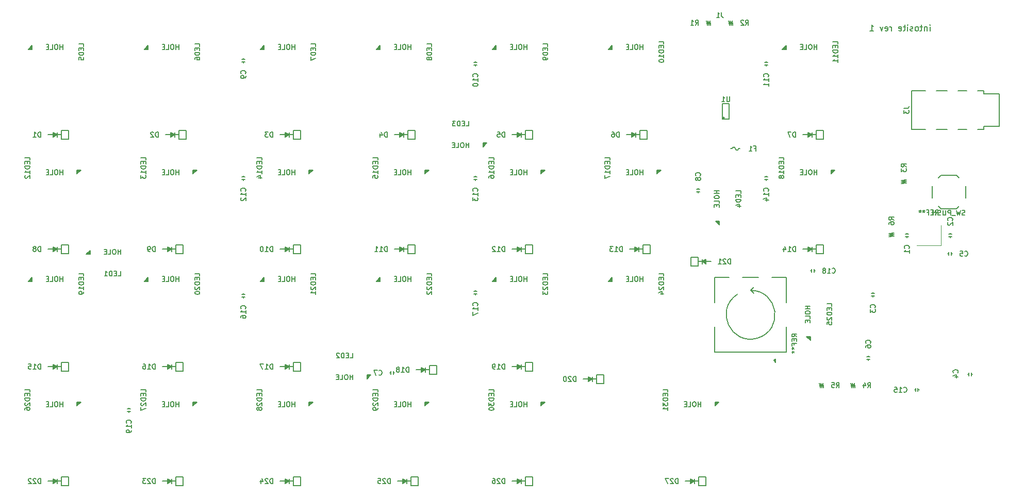
<source format=gbr>
%TF.GenerationSoftware,KiCad,Pcbnew,(5.1.9-0-10_14)*%
%TF.CreationDate,2021-01-21T09:17:30+08:00*%
%TF.ProjectId,kb-split,6b622d73-706c-4697-942e-6b696361645f,rev?*%
%TF.SameCoordinates,Original*%
%TF.FileFunction,Legend,Bot*%
%TF.FilePolarity,Positive*%
%FSLAX46Y46*%
G04 Gerber Fmt 4.6, Leading zero omitted, Abs format (unit mm)*
G04 Created by KiCad (PCBNEW (5.1.9-0-10_14)) date 2021-01-21 09:17:30*
%MOMM*%
%LPD*%
G01*
G04 APERTURE LIST*
%ADD10C,0.150000*%
%ADD11C,0.160000*%
%ADD12C,0.120000*%
%ADD13C,0.152400*%
G04 APERTURE END LIST*
D10*
X250903761Y-50998380D02*
X250903761Y-50331714D01*
X250903761Y-49998380D02*
X250951380Y-50046000D01*
X250903761Y-50093619D01*
X250856142Y-50046000D01*
X250903761Y-49998380D01*
X250903761Y-50093619D01*
X250427571Y-50331714D02*
X250427571Y-50998380D01*
X250427571Y-50426952D02*
X250379952Y-50379333D01*
X250284714Y-50331714D01*
X250141857Y-50331714D01*
X250046619Y-50379333D01*
X249999000Y-50474571D01*
X249999000Y-50998380D01*
X249665666Y-50331714D02*
X249284714Y-50331714D01*
X249522809Y-49998380D02*
X249522809Y-50855523D01*
X249475190Y-50950761D01*
X249379952Y-50998380D01*
X249284714Y-50998380D01*
X248808523Y-50998380D02*
X248903761Y-50950761D01*
X248951380Y-50903142D01*
X248999000Y-50807904D01*
X248999000Y-50522190D01*
X248951380Y-50426952D01*
X248903761Y-50379333D01*
X248808523Y-50331714D01*
X248665666Y-50331714D01*
X248570428Y-50379333D01*
X248522809Y-50426952D01*
X248475190Y-50522190D01*
X248475190Y-50807904D01*
X248522809Y-50903142D01*
X248570428Y-50950761D01*
X248665666Y-50998380D01*
X248808523Y-50998380D01*
X248094238Y-50950761D02*
X247999000Y-50998380D01*
X247808523Y-50998380D01*
X247713285Y-50950761D01*
X247665666Y-50855523D01*
X247665666Y-50807904D01*
X247713285Y-50712666D01*
X247808523Y-50665047D01*
X247951380Y-50665047D01*
X248046619Y-50617428D01*
X248094238Y-50522190D01*
X248094238Y-50474571D01*
X248046619Y-50379333D01*
X247951380Y-50331714D01*
X247808523Y-50331714D01*
X247713285Y-50379333D01*
X247237095Y-50998380D02*
X247237095Y-50331714D01*
X247237095Y-49998380D02*
X247284714Y-50046000D01*
X247237095Y-50093619D01*
X247189476Y-50046000D01*
X247237095Y-49998380D01*
X247237095Y-50093619D01*
X246903761Y-50331714D02*
X246522809Y-50331714D01*
X246760904Y-49998380D02*
X246760904Y-50855523D01*
X246713285Y-50950761D01*
X246618047Y-50998380D01*
X246522809Y-50998380D01*
X245808523Y-50950761D02*
X245903761Y-50998380D01*
X246094238Y-50998380D01*
X246189476Y-50950761D01*
X246237095Y-50855523D01*
X246237095Y-50474571D01*
X246189476Y-50379333D01*
X246094238Y-50331714D01*
X245903761Y-50331714D01*
X245808523Y-50379333D01*
X245760904Y-50474571D01*
X245760904Y-50569809D01*
X246237095Y-50665047D01*
X244570428Y-50998380D02*
X244570428Y-50331714D01*
X244570428Y-50522190D02*
X244522809Y-50426952D01*
X244475190Y-50379333D01*
X244379952Y-50331714D01*
X244284714Y-50331714D01*
X243570428Y-50950761D02*
X243665666Y-50998380D01*
X243856142Y-50998380D01*
X243951380Y-50950761D01*
X243999000Y-50855523D01*
X243999000Y-50474571D01*
X243951380Y-50379333D01*
X243856142Y-50331714D01*
X243665666Y-50331714D01*
X243570428Y-50379333D01*
X243522809Y-50474571D01*
X243522809Y-50569809D01*
X243999000Y-50665047D01*
X243189476Y-50331714D02*
X242951380Y-50998380D01*
X242713285Y-50331714D01*
X241046619Y-50998380D02*
X241618047Y-50998380D01*
X241332333Y-50998380D02*
X241332333Y-49998380D01*
X241427571Y-50141238D01*
X241522809Y-50236476D01*
X241618047Y-50284095D01*
D11*
%TO.C,J3*%
X250190000Y-60833000D02*
X247904000Y-60833000D01*
X247904000Y-60833000D02*
X247904000Y-67183000D01*
X247904000Y-67183000D02*
X250190000Y-67183000D01*
X251968000Y-67183000D02*
X253746000Y-67183000D01*
X255524000Y-67183000D02*
X256921000Y-67183000D01*
X258699000Y-67183000D02*
X259715000Y-67183000D01*
X259715000Y-67183000D02*
X259715000Y-66675000D01*
X259715000Y-66675000D02*
X262255000Y-66675000D01*
X262255000Y-66675000D02*
X262255000Y-61341000D01*
X262255000Y-61341000D02*
X259715000Y-61341000D01*
X259715000Y-61341000D02*
X259715000Y-60833000D01*
X259715000Y-60833000D02*
X258699000Y-60833000D01*
X256921000Y-60833000D02*
X255524000Y-60833000D01*
X253746000Y-60833000D02*
X251968000Y-60833000D01*
D12*
%TO.C,Y1*%
X248698000Y-86232000D02*
X252698000Y-86232000D01*
X252698000Y-82932000D02*
X252698000Y-86232000D01*
D11*
%TO.C,R1*%
X214351500Y-50088750D02*
X214234000Y-49288750D01*
X214488000Y-49288750D02*
X214351500Y-50088750D01*
X214615000Y-50088750D02*
X214488000Y-49288750D01*
X214751500Y-49288750D02*
X214615000Y-50088750D01*
X214869000Y-50088750D02*
X214751500Y-49288750D01*
%TO.C,LED25*%
G36*
X230632000Y-101219000D02*
G01*
X231267000Y-101219000D01*
X231267000Y-101854000D01*
X230632000Y-101219000D01*
G37*
X230632000Y-101219000D02*
X231267000Y-101219000D01*
X231267000Y-101854000D01*
X230632000Y-101219000D01*
%TO.C,D27*%
X211582000Y-125349000D02*
X212217000Y-124968000D01*
X211582000Y-124968000D02*
X210718400Y-124968000D01*
X214071200Y-125704600D02*
X214071200Y-124231400D01*
X212217000Y-124968000D02*
X211582000Y-124587000D01*
X211582000Y-124587000D02*
X211582000Y-125349000D01*
X214071200Y-124231400D02*
X212902800Y-124231400D01*
X212217000Y-124561600D02*
X212217000Y-125374400D01*
X212877400Y-124968000D02*
X212217000Y-124968000D01*
X212902800Y-125704600D02*
X214071200Y-125704600D01*
G36*
X211582000Y-125349000D02*
G01*
X212217000Y-124968000D01*
X211582000Y-124587000D01*
X211582000Y-125349000D01*
G37*
X211582000Y-125349000D02*
X212217000Y-124968000D01*
X211582000Y-124587000D01*
X211582000Y-125349000D01*
X212902800Y-124231400D02*
X212902800Y-125704600D01*
%TO.C,D26*%
X183134000Y-125349000D02*
X183769000Y-124968000D01*
X183134000Y-124968000D02*
X182270400Y-124968000D01*
X185623200Y-125704600D02*
X185623200Y-124231400D01*
X183769000Y-124968000D02*
X183134000Y-124587000D01*
X183134000Y-124587000D02*
X183134000Y-125349000D01*
X185623200Y-124231400D02*
X184454800Y-124231400D01*
X183769000Y-124561600D02*
X183769000Y-125374400D01*
X184429400Y-124968000D02*
X183769000Y-124968000D01*
X184454800Y-125704600D02*
X185623200Y-125704600D01*
G36*
X183134000Y-125349000D02*
G01*
X183769000Y-124968000D01*
X183134000Y-124587000D01*
X183134000Y-125349000D01*
G37*
X183134000Y-125349000D02*
X183769000Y-124968000D01*
X183134000Y-124587000D01*
X183134000Y-125349000D01*
X184454800Y-124231400D02*
X184454800Y-125704600D01*
%TO.C,D25*%
X164338000Y-125349000D02*
X164973000Y-124968000D01*
X164338000Y-124968000D02*
X163474400Y-124968000D01*
X166827200Y-125704600D02*
X166827200Y-124231400D01*
X164973000Y-124968000D02*
X164338000Y-124587000D01*
X164338000Y-124587000D02*
X164338000Y-125349000D01*
X166827200Y-124231400D02*
X165658800Y-124231400D01*
X164973000Y-124561600D02*
X164973000Y-125374400D01*
X165633400Y-124968000D02*
X164973000Y-124968000D01*
X165658800Y-125704600D02*
X166827200Y-125704600D01*
G36*
X164338000Y-125349000D02*
G01*
X164973000Y-124968000D01*
X164338000Y-124587000D01*
X164338000Y-125349000D01*
G37*
X164338000Y-125349000D02*
X164973000Y-124968000D01*
X164338000Y-124587000D01*
X164338000Y-125349000D01*
X165658800Y-124231400D02*
X165658800Y-125704600D01*
%TO.C,D24*%
X145034000Y-125349000D02*
X145669000Y-124968000D01*
X145034000Y-124968000D02*
X144170400Y-124968000D01*
X147523200Y-125704600D02*
X147523200Y-124231400D01*
X145669000Y-124968000D02*
X145034000Y-124587000D01*
X145034000Y-124587000D02*
X145034000Y-125349000D01*
X147523200Y-124231400D02*
X146354800Y-124231400D01*
X145669000Y-124561600D02*
X145669000Y-125374400D01*
X146329400Y-124968000D02*
X145669000Y-124968000D01*
X146354800Y-125704600D02*
X147523200Y-125704600D01*
G36*
X145034000Y-125349000D02*
G01*
X145669000Y-124968000D01*
X145034000Y-124587000D01*
X145034000Y-125349000D01*
G37*
X145034000Y-125349000D02*
X145669000Y-124968000D01*
X145034000Y-124587000D01*
X145034000Y-125349000D01*
X146354800Y-124231400D02*
X146354800Y-125704600D01*
%TO.C,D23*%
X125730000Y-125349000D02*
X126365000Y-124968000D01*
X125730000Y-124968000D02*
X124866400Y-124968000D01*
X128219200Y-125704600D02*
X128219200Y-124231400D01*
X126365000Y-124968000D02*
X125730000Y-124587000D01*
X125730000Y-124587000D02*
X125730000Y-125349000D01*
X128219200Y-124231400D02*
X127050800Y-124231400D01*
X126365000Y-124561600D02*
X126365000Y-125374400D01*
X127025400Y-124968000D02*
X126365000Y-124968000D01*
X127050800Y-125704600D02*
X128219200Y-125704600D01*
G36*
X125730000Y-125349000D02*
G01*
X126365000Y-124968000D01*
X125730000Y-124587000D01*
X125730000Y-125349000D01*
G37*
X125730000Y-125349000D02*
X126365000Y-124968000D01*
X125730000Y-124587000D01*
X125730000Y-125349000D01*
X127050800Y-124231400D02*
X127050800Y-125704600D01*
%TO.C,D22*%
X106934000Y-125349000D02*
X107569000Y-124968000D01*
X106934000Y-124968000D02*
X106070400Y-124968000D01*
X109423200Y-125704600D02*
X109423200Y-124231400D01*
X107569000Y-124968000D02*
X106934000Y-124587000D01*
X106934000Y-124587000D02*
X106934000Y-125349000D01*
X109423200Y-124231400D02*
X108254800Y-124231400D01*
X107569000Y-124561600D02*
X107569000Y-125374400D01*
X108229400Y-124968000D02*
X107569000Y-124968000D01*
X108254800Y-125704600D02*
X109423200Y-125704600D01*
G36*
X106934000Y-125349000D02*
G01*
X107569000Y-124968000D01*
X106934000Y-124587000D01*
X106934000Y-125349000D01*
G37*
X106934000Y-125349000D02*
X107569000Y-124968000D01*
X106934000Y-124587000D01*
X106934000Y-125349000D01*
X108254800Y-124231400D02*
X108254800Y-125704600D01*
%TO.C,D21*%
X214122000Y-88519000D02*
X213487000Y-88900000D01*
X214122000Y-88900000D02*
X214985600Y-88900000D01*
X211632800Y-88163400D02*
X211632800Y-89636600D01*
X213487000Y-88900000D02*
X214122000Y-89281000D01*
X214122000Y-89281000D02*
X214122000Y-88519000D01*
X211632800Y-89636600D02*
X212801200Y-89636600D01*
X213487000Y-89306400D02*
X213487000Y-88493600D01*
X212826600Y-88900000D02*
X213487000Y-88900000D01*
X212801200Y-88163400D02*
X211632800Y-88163400D01*
G36*
X214122000Y-88519000D02*
G01*
X213487000Y-88900000D01*
X214122000Y-89281000D01*
X214122000Y-88519000D01*
G37*
X214122000Y-88519000D02*
X213487000Y-88900000D01*
X214122000Y-89281000D01*
X214122000Y-88519000D01*
X212801200Y-89636600D02*
X212801200Y-88163400D01*
%TO.C,D20*%
X194818000Y-108585000D02*
X195453000Y-108204000D01*
X194818000Y-108204000D02*
X193954400Y-108204000D01*
X197307200Y-108940600D02*
X197307200Y-107467400D01*
X195453000Y-108204000D02*
X194818000Y-107823000D01*
X194818000Y-107823000D02*
X194818000Y-108585000D01*
X197307200Y-107467400D02*
X196138800Y-107467400D01*
X195453000Y-107797600D02*
X195453000Y-108610400D01*
X196113400Y-108204000D02*
X195453000Y-108204000D01*
X196138800Y-108940600D02*
X197307200Y-108940600D01*
G36*
X194818000Y-108585000D02*
G01*
X195453000Y-108204000D01*
X194818000Y-107823000D01*
X194818000Y-108585000D01*
G37*
X194818000Y-108585000D02*
X195453000Y-108204000D01*
X194818000Y-107823000D01*
X194818000Y-108585000D01*
X196138800Y-107467400D02*
X196138800Y-108940600D01*
%TO.C,D19*%
X183134000Y-106553000D02*
X183769000Y-106172000D01*
X183134000Y-106172000D02*
X182270400Y-106172000D01*
X185623200Y-106908600D02*
X185623200Y-105435400D01*
X183769000Y-106172000D02*
X183134000Y-105791000D01*
X183134000Y-105791000D02*
X183134000Y-106553000D01*
X185623200Y-105435400D02*
X184454800Y-105435400D01*
X183769000Y-105765600D02*
X183769000Y-106578400D01*
X184429400Y-106172000D02*
X183769000Y-106172000D01*
X184454800Y-106908600D02*
X185623200Y-106908600D01*
G36*
X183134000Y-106553000D02*
G01*
X183769000Y-106172000D01*
X183134000Y-105791000D01*
X183134000Y-106553000D01*
G37*
X183134000Y-106553000D02*
X183769000Y-106172000D01*
X183134000Y-105791000D01*
X183134000Y-106553000D01*
X184454800Y-105435400D02*
X184454800Y-106908600D01*
%TO.C,D18*%
X167386000Y-107061000D02*
X168021000Y-106680000D01*
X167386000Y-106680000D02*
X166522400Y-106680000D01*
X169875200Y-107416600D02*
X169875200Y-105943400D01*
X168021000Y-106680000D02*
X167386000Y-106299000D01*
X167386000Y-106299000D02*
X167386000Y-107061000D01*
X169875200Y-105943400D02*
X168706800Y-105943400D01*
X168021000Y-106273600D02*
X168021000Y-107086400D01*
X168681400Y-106680000D02*
X168021000Y-106680000D01*
X168706800Y-107416600D02*
X169875200Y-107416600D01*
G36*
X167386000Y-107061000D02*
G01*
X168021000Y-106680000D01*
X167386000Y-106299000D01*
X167386000Y-107061000D01*
G37*
X167386000Y-107061000D02*
X168021000Y-106680000D01*
X167386000Y-106299000D01*
X167386000Y-107061000D01*
X168706800Y-105943400D02*
X168706800Y-107416600D01*
%TO.C,D17*%
X145034000Y-106553000D02*
X145669000Y-106172000D01*
X145034000Y-106172000D02*
X144170400Y-106172000D01*
X147523200Y-106908600D02*
X147523200Y-105435400D01*
X145669000Y-106172000D02*
X145034000Y-105791000D01*
X145034000Y-105791000D02*
X145034000Y-106553000D01*
X147523200Y-105435400D02*
X146354800Y-105435400D01*
X145669000Y-105765600D02*
X145669000Y-106578400D01*
X146329400Y-106172000D02*
X145669000Y-106172000D01*
X146354800Y-106908600D02*
X147523200Y-106908600D01*
G36*
X145034000Y-106553000D02*
G01*
X145669000Y-106172000D01*
X145034000Y-105791000D01*
X145034000Y-106553000D01*
G37*
X145034000Y-106553000D02*
X145669000Y-106172000D01*
X145034000Y-105791000D01*
X145034000Y-106553000D01*
X146354800Y-105435400D02*
X146354800Y-106908600D01*
%TO.C,D16*%
X125730000Y-106553000D02*
X126365000Y-106172000D01*
X125730000Y-106172000D02*
X124866400Y-106172000D01*
X128219200Y-106908600D02*
X128219200Y-105435400D01*
X126365000Y-106172000D02*
X125730000Y-105791000D01*
X125730000Y-105791000D02*
X125730000Y-106553000D01*
X128219200Y-105435400D02*
X127050800Y-105435400D01*
X126365000Y-105765600D02*
X126365000Y-106578400D01*
X127025400Y-106172000D02*
X126365000Y-106172000D01*
X127050800Y-106908600D02*
X128219200Y-106908600D01*
G36*
X125730000Y-106553000D02*
G01*
X126365000Y-106172000D01*
X125730000Y-105791000D01*
X125730000Y-106553000D01*
G37*
X125730000Y-106553000D02*
X126365000Y-106172000D01*
X125730000Y-105791000D01*
X125730000Y-106553000D01*
X127050800Y-105435400D02*
X127050800Y-106908600D01*
%TO.C,D15*%
X106934000Y-106553000D02*
X107569000Y-106172000D01*
X106934000Y-106172000D02*
X106070400Y-106172000D01*
X109423200Y-106908600D02*
X109423200Y-105435400D01*
X107569000Y-106172000D02*
X106934000Y-105791000D01*
X106934000Y-105791000D02*
X106934000Y-106553000D01*
X109423200Y-105435400D02*
X108254800Y-105435400D01*
X107569000Y-105765600D02*
X107569000Y-106578400D01*
X108229400Y-106172000D02*
X107569000Y-106172000D01*
X108254800Y-106908600D02*
X109423200Y-106908600D01*
G36*
X106934000Y-106553000D02*
G01*
X107569000Y-106172000D01*
X106934000Y-105791000D01*
X106934000Y-106553000D01*
G37*
X106934000Y-106553000D02*
X107569000Y-106172000D01*
X106934000Y-105791000D01*
X106934000Y-106553000D01*
X108254800Y-105435400D02*
X108254800Y-106908600D01*
%TO.C,D14*%
X230886000Y-87249000D02*
X231521000Y-86868000D01*
X230886000Y-86868000D02*
X230022400Y-86868000D01*
X233375200Y-87604600D02*
X233375200Y-86131400D01*
X231521000Y-86868000D02*
X230886000Y-86487000D01*
X230886000Y-86487000D02*
X230886000Y-87249000D01*
X233375200Y-86131400D02*
X232206800Y-86131400D01*
X231521000Y-86461600D02*
X231521000Y-87274400D01*
X232181400Y-86868000D02*
X231521000Y-86868000D01*
X232206800Y-87604600D02*
X233375200Y-87604600D01*
G36*
X230886000Y-87249000D02*
G01*
X231521000Y-86868000D01*
X230886000Y-86487000D01*
X230886000Y-87249000D01*
G37*
X230886000Y-87249000D02*
X231521000Y-86868000D01*
X230886000Y-86487000D01*
X230886000Y-87249000D01*
X232206800Y-86131400D02*
X232206800Y-87604600D01*
%TO.C,D13*%
X202438000Y-87249000D02*
X203073000Y-86868000D01*
X202438000Y-86868000D02*
X201574400Y-86868000D01*
X204927200Y-87604600D02*
X204927200Y-86131400D01*
X203073000Y-86868000D02*
X202438000Y-86487000D01*
X202438000Y-86487000D02*
X202438000Y-87249000D01*
X204927200Y-86131400D02*
X203758800Y-86131400D01*
X203073000Y-86461600D02*
X203073000Y-87274400D01*
X203733400Y-86868000D02*
X203073000Y-86868000D01*
X203758800Y-87604600D02*
X204927200Y-87604600D01*
G36*
X202438000Y-87249000D02*
G01*
X203073000Y-86868000D01*
X202438000Y-86487000D01*
X202438000Y-87249000D01*
G37*
X202438000Y-87249000D02*
X203073000Y-86868000D01*
X202438000Y-86487000D01*
X202438000Y-87249000D01*
X203758800Y-86131400D02*
X203758800Y-87604600D01*
%TO.C,D12*%
X183134000Y-87249000D02*
X183769000Y-86868000D01*
X183134000Y-86868000D02*
X182270400Y-86868000D01*
X185623200Y-87604600D02*
X185623200Y-86131400D01*
X183769000Y-86868000D02*
X183134000Y-86487000D01*
X183134000Y-86487000D02*
X183134000Y-87249000D01*
X185623200Y-86131400D02*
X184454800Y-86131400D01*
X183769000Y-86461600D02*
X183769000Y-87274400D01*
X184429400Y-86868000D02*
X183769000Y-86868000D01*
X184454800Y-87604600D02*
X185623200Y-87604600D01*
G36*
X183134000Y-87249000D02*
G01*
X183769000Y-86868000D01*
X183134000Y-86487000D01*
X183134000Y-87249000D01*
G37*
X183134000Y-87249000D02*
X183769000Y-86868000D01*
X183134000Y-86487000D01*
X183134000Y-87249000D01*
X184454800Y-86131400D02*
X184454800Y-87604600D01*
%TO.C,D11*%
X163830000Y-87249000D02*
X164465000Y-86868000D01*
X163830000Y-86868000D02*
X162966400Y-86868000D01*
X166319200Y-87604600D02*
X166319200Y-86131400D01*
X164465000Y-86868000D02*
X163830000Y-86487000D01*
X163830000Y-86487000D02*
X163830000Y-87249000D01*
X166319200Y-86131400D02*
X165150800Y-86131400D01*
X164465000Y-86461600D02*
X164465000Y-87274400D01*
X165125400Y-86868000D02*
X164465000Y-86868000D01*
X165150800Y-87604600D02*
X166319200Y-87604600D01*
G36*
X163830000Y-87249000D02*
G01*
X164465000Y-86868000D01*
X163830000Y-86487000D01*
X163830000Y-87249000D01*
G37*
X163830000Y-87249000D02*
X164465000Y-86868000D01*
X163830000Y-86487000D01*
X163830000Y-87249000D01*
X165150800Y-86131400D02*
X165150800Y-87604600D01*
%TO.C,D10*%
X145034000Y-87249000D02*
X145669000Y-86868000D01*
X145034000Y-86868000D02*
X144170400Y-86868000D01*
X147523200Y-87604600D02*
X147523200Y-86131400D01*
X145669000Y-86868000D02*
X145034000Y-86487000D01*
X145034000Y-86487000D02*
X145034000Y-87249000D01*
X147523200Y-86131400D02*
X146354800Y-86131400D01*
X145669000Y-86461600D02*
X145669000Y-87274400D01*
X146329400Y-86868000D02*
X145669000Y-86868000D01*
X146354800Y-87604600D02*
X147523200Y-87604600D01*
G36*
X145034000Y-87249000D02*
G01*
X145669000Y-86868000D01*
X145034000Y-86487000D01*
X145034000Y-87249000D01*
G37*
X145034000Y-87249000D02*
X145669000Y-86868000D01*
X145034000Y-86487000D01*
X145034000Y-87249000D01*
X146354800Y-86131400D02*
X146354800Y-87604600D01*
%TO.C,D9*%
X125730000Y-87249000D02*
X126365000Y-86868000D01*
X125730000Y-86868000D02*
X124866400Y-86868000D01*
X128219200Y-87604600D02*
X128219200Y-86131400D01*
X126365000Y-86868000D02*
X125730000Y-86487000D01*
X125730000Y-86487000D02*
X125730000Y-87249000D01*
X128219200Y-86131400D02*
X127050800Y-86131400D01*
X126365000Y-86461600D02*
X126365000Y-87274400D01*
X127025400Y-86868000D02*
X126365000Y-86868000D01*
X127050800Y-87604600D02*
X128219200Y-87604600D01*
G36*
X125730000Y-87249000D02*
G01*
X126365000Y-86868000D01*
X125730000Y-86487000D01*
X125730000Y-87249000D01*
G37*
X125730000Y-87249000D02*
X126365000Y-86868000D01*
X125730000Y-86487000D01*
X125730000Y-87249000D01*
X127050800Y-86131400D02*
X127050800Y-87604600D01*
%TO.C,D8*%
X106934000Y-87249000D02*
X107569000Y-86868000D01*
X106934000Y-86868000D02*
X106070400Y-86868000D01*
X109423200Y-87604600D02*
X109423200Y-86131400D01*
X107569000Y-86868000D02*
X106934000Y-86487000D01*
X106934000Y-86487000D02*
X106934000Y-87249000D01*
X109423200Y-86131400D02*
X108254800Y-86131400D01*
X107569000Y-86461600D02*
X107569000Y-87274400D01*
X108229400Y-86868000D02*
X107569000Y-86868000D01*
X108254800Y-87604600D02*
X109423200Y-87604600D01*
G36*
X106934000Y-87249000D02*
G01*
X107569000Y-86868000D01*
X106934000Y-86487000D01*
X106934000Y-87249000D01*
G37*
X106934000Y-87249000D02*
X107569000Y-86868000D01*
X106934000Y-86487000D01*
X106934000Y-87249000D01*
X108254800Y-86131400D02*
X108254800Y-87604600D01*
%TO.C,D7*%
X230886000Y-68453000D02*
X231521000Y-68072000D01*
X230886000Y-68072000D02*
X230022400Y-68072000D01*
X233375200Y-68808600D02*
X233375200Y-67335400D01*
X231521000Y-68072000D02*
X230886000Y-67691000D01*
X230886000Y-67691000D02*
X230886000Y-68453000D01*
X233375200Y-67335400D02*
X232206800Y-67335400D01*
X231521000Y-67665600D02*
X231521000Y-68478400D01*
X232181400Y-68072000D02*
X231521000Y-68072000D01*
X232206800Y-68808600D02*
X233375200Y-68808600D01*
G36*
X230886000Y-68453000D02*
G01*
X231521000Y-68072000D01*
X230886000Y-67691000D01*
X230886000Y-68453000D01*
G37*
X230886000Y-68453000D02*
X231521000Y-68072000D01*
X230886000Y-67691000D01*
X230886000Y-68453000D01*
X232206800Y-67335400D02*
X232206800Y-68808600D01*
%TO.C,D6*%
X201930000Y-68453000D02*
X202565000Y-68072000D01*
X201930000Y-68072000D02*
X201066400Y-68072000D01*
X204419200Y-68808600D02*
X204419200Y-67335400D01*
X202565000Y-68072000D02*
X201930000Y-67691000D01*
X201930000Y-67691000D02*
X201930000Y-68453000D01*
X204419200Y-67335400D02*
X203250800Y-67335400D01*
X202565000Y-67665600D02*
X202565000Y-68478400D01*
X203225400Y-68072000D02*
X202565000Y-68072000D01*
X203250800Y-68808600D02*
X204419200Y-68808600D01*
G36*
X201930000Y-68453000D02*
G01*
X202565000Y-68072000D01*
X201930000Y-67691000D01*
X201930000Y-68453000D01*
G37*
X201930000Y-68453000D02*
X202565000Y-68072000D01*
X201930000Y-67691000D01*
X201930000Y-68453000D01*
X203250800Y-67335400D02*
X203250800Y-68808600D01*
%TO.C,D5*%
X183134000Y-68453000D02*
X183769000Y-68072000D01*
X183134000Y-68072000D02*
X182270400Y-68072000D01*
X185623200Y-68808600D02*
X185623200Y-67335400D01*
X183769000Y-68072000D02*
X183134000Y-67691000D01*
X183134000Y-67691000D02*
X183134000Y-68453000D01*
X185623200Y-67335400D02*
X184454800Y-67335400D01*
X183769000Y-67665600D02*
X183769000Y-68478400D01*
X184429400Y-68072000D02*
X183769000Y-68072000D01*
X184454800Y-68808600D02*
X185623200Y-68808600D01*
G36*
X183134000Y-68453000D02*
G01*
X183769000Y-68072000D01*
X183134000Y-67691000D01*
X183134000Y-68453000D01*
G37*
X183134000Y-68453000D02*
X183769000Y-68072000D01*
X183134000Y-67691000D01*
X183134000Y-68453000D01*
X184454800Y-67335400D02*
X184454800Y-68808600D01*
%TO.C,D4*%
X163830000Y-68453000D02*
X164465000Y-68072000D01*
X163830000Y-68072000D02*
X162966400Y-68072000D01*
X166319200Y-68808600D02*
X166319200Y-67335400D01*
X164465000Y-68072000D02*
X163830000Y-67691000D01*
X163830000Y-67691000D02*
X163830000Y-68453000D01*
X166319200Y-67335400D02*
X165150800Y-67335400D01*
X164465000Y-67665600D02*
X164465000Y-68478400D01*
X165125400Y-68072000D02*
X164465000Y-68072000D01*
X165150800Y-68808600D02*
X166319200Y-68808600D01*
G36*
X163830000Y-68453000D02*
G01*
X164465000Y-68072000D01*
X163830000Y-67691000D01*
X163830000Y-68453000D01*
G37*
X163830000Y-68453000D02*
X164465000Y-68072000D01*
X163830000Y-67691000D01*
X163830000Y-68453000D01*
X165150800Y-67335400D02*
X165150800Y-68808600D01*
%TO.C,D3*%
X145034000Y-68453000D02*
X145669000Y-68072000D01*
X145034000Y-68072000D02*
X144170400Y-68072000D01*
X147523200Y-68808600D02*
X147523200Y-67335400D01*
X145669000Y-68072000D02*
X145034000Y-67691000D01*
X145034000Y-67691000D02*
X145034000Y-68453000D01*
X147523200Y-67335400D02*
X146354800Y-67335400D01*
X145669000Y-67665600D02*
X145669000Y-68478400D01*
X146329400Y-68072000D02*
X145669000Y-68072000D01*
X146354800Y-68808600D02*
X147523200Y-68808600D01*
G36*
X145034000Y-68453000D02*
G01*
X145669000Y-68072000D01*
X145034000Y-67691000D01*
X145034000Y-68453000D01*
G37*
X145034000Y-68453000D02*
X145669000Y-68072000D01*
X145034000Y-67691000D01*
X145034000Y-68453000D01*
X146354800Y-67335400D02*
X146354800Y-68808600D01*
%TO.C,D2*%
X126238000Y-68453000D02*
X126873000Y-68072000D01*
X126238000Y-68072000D02*
X125374400Y-68072000D01*
X128727200Y-68808600D02*
X128727200Y-67335400D01*
X126873000Y-68072000D02*
X126238000Y-67691000D01*
X126238000Y-67691000D02*
X126238000Y-68453000D01*
X128727200Y-67335400D02*
X127558800Y-67335400D01*
X126873000Y-67665600D02*
X126873000Y-68478400D01*
X127533400Y-68072000D02*
X126873000Y-68072000D01*
X127558800Y-68808600D02*
X128727200Y-68808600D01*
G36*
X126238000Y-68453000D02*
G01*
X126873000Y-68072000D01*
X126238000Y-67691000D01*
X126238000Y-68453000D01*
G37*
X126238000Y-68453000D02*
X126873000Y-68072000D01*
X126238000Y-67691000D01*
X126238000Y-68453000D01*
X127558800Y-67335400D02*
X127558800Y-68808600D01*
%TO.C,D1*%
X106934000Y-68453000D02*
X107569000Y-68072000D01*
X106934000Y-68072000D02*
X106070400Y-68072000D01*
X109423200Y-68808600D02*
X109423200Y-67335400D01*
X107569000Y-68072000D02*
X106934000Y-67691000D01*
X106934000Y-67691000D02*
X106934000Y-68453000D01*
X109423200Y-67335400D02*
X108254800Y-67335400D01*
X107569000Y-67665600D02*
X107569000Y-68478400D01*
X108229400Y-68072000D02*
X107569000Y-68072000D01*
X108254800Y-68808600D02*
X109423200Y-68808600D01*
G36*
X106934000Y-68453000D02*
G01*
X107569000Y-68072000D01*
X106934000Y-67691000D01*
X106934000Y-68453000D01*
G37*
X106934000Y-68453000D02*
X107569000Y-68072000D01*
X106934000Y-67691000D01*
X106934000Y-68453000D01*
X108254800Y-67335400D02*
X108254800Y-68808600D01*
%TO.C,LED31*%
G36*
X215614250Y-112617250D02*
G01*
X215614250Y-111982250D01*
X216249250Y-111982250D01*
X215614250Y-112617250D01*
G37*
X215614250Y-112617250D02*
X215614250Y-111982250D01*
X216249250Y-111982250D01*
X215614250Y-112617250D01*
%TO.C,LED30*%
G36*
X187039250Y-112617250D02*
G01*
X187039250Y-111982250D01*
X187674250Y-111982250D01*
X187039250Y-112617250D01*
G37*
X187039250Y-112617250D02*
X187039250Y-111982250D01*
X187674250Y-111982250D01*
X187039250Y-112617250D01*
%TO.C,LED29*%
G36*
X167989250Y-112617250D02*
G01*
X167989250Y-111982250D01*
X168624250Y-111982250D01*
X167989250Y-112617250D01*
G37*
X167989250Y-112617250D02*
X167989250Y-111982250D01*
X168624250Y-111982250D01*
X167989250Y-112617250D01*
%TO.C,LED28*%
G36*
X148939250Y-112617250D02*
G01*
X148939250Y-111982250D01*
X149574250Y-111982250D01*
X148939250Y-112617250D01*
G37*
X148939250Y-112617250D02*
X148939250Y-111982250D01*
X149574250Y-111982250D01*
X148939250Y-112617250D01*
%TO.C,LED27*%
G36*
X129889250Y-112617250D02*
G01*
X129889250Y-111982250D01*
X130524250Y-111982250D01*
X129889250Y-112617250D01*
G37*
X129889250Y-112617250D02*
X129889250Y-111982250D01*
X130524250Y-111982250D01*
X129889250Y-112617250D01*
%TO.C,LED26*%
G36*
X110839250Y-112617250D02*
G01*
X110839250Y-111982250D01*
X111474250Y-111982250D01*
X110839250Y-112617250D01*
G37*
X110839250Y-112617250D02*
X110839250Y-111982250D01*
X111474250Y-111982250D01*
X110839250Y-112617250D01*
%TO.C,LED24*%
G36*
X198088250Y-92170250D02*
G01*
X198723250Y-92170250D01*
X198723250Y-91535250D01*
X198088250Y-92170250D01*
G37*
X198088250Y-92170250D02*
X198723250Y-92170250D01*
X198723250Y-91535250D01*
X198088250Y-92170250D01*
%TO.C,LED23*%
G36*
X179038250Y-92170250D02*
G01*
X179673250Y-92170250D01*
X179673250Y-91535250D01*
X179038250Y-92170250D01*
G37*
X179038250Y-92170250D02*
X179673250Y-92170250D01*
X179673250Y-91535250D01*
X179038250Y-92170250D01*
%TO.C,LED22*%
G36*
X159988250Y-92170250D02*
G01*
X160623250Y-92170250D01*
X160623250Y-91535250D01*
X159988250Y-92170250D01*
G37*
X159988250Y-92170250D02*
X160623250Y-92170250D01*
X160623250Y-91535250D01*
X159988250Y-92170250D01*
%TO.C,LED21*%
G36*
X140938250Y-92170250D02*
G01*
X141573250Y-92170250D01*
X141573250Y-91535250D01*
X140938250Y-92170250D01*
G37*
X140938250Y-92170250D02*
X141573250Y-92170250D01*
X141573250Y-91535250D01*
X140938250Y-92170250D01*
%TO.C,LED20*%
G36*
X121888250Y-92170250D02*
G01*
X122523250Y-92170250D01*
X122523250Y-91535250D01*
X121888250Y-92170250D01*
G37*
X121888250Y-92170250D02*
X122523250Y-92170250D01*
X122523250Y-91535250D01*
X121888250Y-92170250D01*
%TO.C,LED19*%
G36*
X102838250Y-92170250D02*
G01*
X103473250Y-92170250D01*
X103473250Y-91535250D01*
X102838250Y-92170250D01*
G37*
X102838250Y-92170250D02*
X103473250Y-92170250D01*
X103473250Y-91535250D01*
X102838250Y-92170250D01*
%TO.C,LED18*%
G36*
X234664250Y-74517250D02*
G01*
X234664250Y-73882250D01*
X235299250Y-73882250D01*
X234664250Y-74517250D01*
G37*
X234664250Y-74517250D02*
X234664250Y-73882250D01*
X235299250Y-73882250D01*
X234664250Y-74517250D01*
%TO.C,LED17*%
G36*
X206089250Y-74517250D02*
G01*
X206089250Y-73882250D01*
X206724250Y-73882250D01*
X206089250Y-74517250D01*
G37*
X206089250Y-74517250D02*
X206089250Y-73882250D01*
X206724250Y-73882250D01*
X206089250Y-74517250D01*
%TO.C,LED16*%
G36*
X187039250Y-74517250D02*
G01*
X187039250Y-73882250D01*
X187674250Y-73882250D01*
X187039250Y-74517250D01*
G37*
X187039250Y-74517250D02*
X187039250Y-73882250D01*
X187674250Y-73882250D01*
X187039250Y-74517250D01*
%TO.C,LED15*%
G36*
X167989250Y-74517250D02*
G01*
X167989250Y-73882250D01*
X168624250Y-73882250D01*
X167989250Y-74517250D01*
G37*
X167989250Y-74517250D02*
X167989250Y-73882250D01*
X168624250Y-73882250D01*
X167989250Y-74517250D01*
%TO.C,LED14*%
G36*
X148939250Y-74517250D02*
G01*
X148939250Y-73882250D01*
X149574250Y-73882250D01*
X148939250Y-74517250D01*
G37*
X148939250Y-74517250D02*
X148939250Y-73882250D01*
X149574250Y-73882250D01*
X148939250Y-74517250D01*
%TO.C,LED13*%
G36*
X129889250Y-74517250D02*
G01*
X129889250Y-73882250D01*
X130524250Y-73882250D01*
X129889250Y-74517250D01*
G37*
X129889250Y-74517250D02*
X129889250Y-73882250D01*
X130524250Y-73882250D01*
X129889250Y-74517250D01*
%TO.C,LED12*%
G36*
X110839250Y-74517250D02*
G01*
X110839250Y-73882250D01*
X111474250Y-73882250D01*
X110839250Y-74517250D01*
G37*
X110839250Y-74517250D02*
X110839250Y-73882250D01*
X111474250Y-73882250D01*
X110839250Y-74517250D01*
%TO.C,LED11*%
G36*
X226663250Y-54070250D02*
G01*
X227298250Y-54070250D01*
X227298250Y-53435250D01*
X226663250Y-54070250D01*
G37*
X226663250Y-54070250D02*
X227298250Y-54070250D01*
X227298250Y-53435250D01*
X226663250Y-54070250D01*
%TO.C,LED10*%
G36*
X198088250Y-54070250D02*
G01*
X198723250Y-54070250D01*
X198723250Y-53435250D01*
X198088250Y-54070250D01*
G37*
X198088250Y-54070250D02*
X198723250Y-54070250D01*
X198723250Y-53435250D01*
X198088250Y-54070250D01*
%TO.C,LED9*%
G36*
X179038250Y-54070250D02*
G01*
X179673250Y-54070250D01*
X179673250Y-53435250D01*
X179038250Y-54070250D01*
G37*
X179038250Y-54070250D02*
X179673250Y-54070250D01*
X179673250Y-53435250D01*
X179038250Y-54070250D01*
%TO.C,LED8*%
G36*
X159988250Y-54070250D02*
G01*
X160623250Y-54070250D01*
X160623250Y-53435250D01*
X159988250Y-54070250D01*
G37*
X159988250Y-54070250D02*
X160623250Y-54070250D01*
X160623250Y-53435250D01*
X159988250Y-54070250D01*
%TO.C,LED7*%
G36*
X140938250Y-54070250D02*
G01*
X141573250Y-54070250D01*
X141573250Y-53435250D01*
X140938250Y-54070250D01*
G37*
X140938250Y-54070250D02*
X141573250Y-54070250D01*
X141573250Y-53435250D01*
X140938250Y-54070250D01*
%TO.C,LED6*%
G36*
X121888250Y-54070250D02*
G01*
X122523250Y-54070250D01*
X122523250Y-53435250D01*
X121888250Y-54070250D01*
G37*
X121888250Y-54070250D02*
X122523250Y-54070250D01*
X122523250Y-53435250D01*
X121888250Y-54070250D01*
%TO.C,LED5*%
G36*
X102838250Y-54070250D02*
G01*
X103473250Y-54070250D01*
X103473250Y-53435250D01*
X102838250Y-54070250D01*
G37*
X102838250Y-54070250D02*
X103473250Y-54070250D01*
X103473250Y-53435250D01*
X102838250Y-54070250D01*
%TO.C,LED4*%
G36*
X215677750Y-82264250D02*
G01*
X216312750Y-82264250D01*
X216312750Y-82899250D01*
X215677750Y-82264250D01*
G37*
X215677750Y-82264250D02*
X216312750Y-82264250D01*
X216312750Y-82899250D01*
X215677750Y-82264250D01*
%TO.C,LED3*%
G36*
X177514250Y-70072250D02*
G01*
X177514250Y-69437250D01*
X178149250Y-69437250D01*
X177514250Y-70072250D01*
G37*
X177514250Y-70072250D02*
X177514250Y-69437250D01*
X178149250Y-69437250D01*
X177514250Y-70072250D01*
%TO.C,LED2*%
G36*
X158464250Y-108172250D02*
G01*
X158464250Y-107537250D01*
X159099250Y-107537250D01*
X158464250Y-108172250D01*
G37*
X158464250Y-108172250D02*
X158464250Y-107537250D01*
X159099250Y-107537250D01*
X158464250Y-108172250D01*
%TO.C,LED1*%
G36*
X112998250Y-87090250D02*
G01*
X112998250Y-87725250D01*
X112363250Y-87725250D01*
X112998250Y-87090250D01*
G37*
X112998250Y-87090250D02*
X112998250Y-87725250D01*
X112363250Y-87725250D01*
X112998250Y-87090250D01*
%TO.C,U1*%
X216789000Y-65532000D02*
X216789000Y-62992000D01*
X216789000Y-62992000D02*
X217932000Y-62992000D01*
X217932000Y-62992000D02*
X217932000Y-65532000D01*
X217932000Y-65532000D02*
X216789000Y-65532000D01*
X217170000Y-65278000D02*
G75*
G03*
X217170000Y-65278000I-127000J0D01*
G01*
%TO.C,SW22*%
X255250000Y-80220000D02*
X252750000Y-80220000D01*
X256750000Y-78470000D02*
X256750000Y-76470000D01*
X255250000Y-74720000D02*
X252750000Y-74720000D01*
X251250000Y-78470000D02*
X251250000Y-76470000D01*
X255700000Y-79770000D02*
X255250000Y-80220000D01*
X252300000Y-79770000D02*
X252750000Y-80220000D01*
X252300000Y-75170000D02*
X252750000Y-74720000D01*
X255700000Y-75170000D02*
X255250000Y-74720000D01*
%TO.C,SW15*%
X221456250Y-93631250D02*
X221956250Y-93131250D01*
X221456250Y-93631250D02*
X221956250Y-94131250D01*
X217956250Y-91531250D02*
X215556250Y-91531250D01*
X227356250Y-99631250D02*
X227356250Y-103731250D01*
X215556250Y-99631250D02*
X215556250Y-103731250D01*
X215556250Y-91531250D02*
X215556250Y-95631250D01*
X225556250Y-104831250D02*
X225256250Y-105131250D01*
X225556250Y-105431250D02*
X225556250Y-104831250D01*
X225256250Y-105131250D02*
X225556250Y-105431250D01*
X227356250Y-103731250D02*
X215556250Y-103731250D01*
X227356250Y-91531250D02*
X224956250Y-91531250D01*
X222756250Y-91531250D02*
X220156250Y-91531250D01*
X227356250Y-95631250D02*
X227356250Y-91531250D01*
X219277694Y-94276568D02*
G75*
G03*
X221456250Y-93631250I2178556J-3354682D01*
G01*
%TO.C,R6*%
X244202000Y-84303500D02*
X245002000Y-84186000D01*
X245002000Y-84440000D02*
X244202000Y-84303500D01*
X244202000Y-84567000D02*
X245002000Y-84440000D01*
X245002000Y-84703500D02*
X244202000Y-84567000D01*
X244202000Y-84821000D02*
X245002000Y-84703500D01*
%TO.C,R5*%
X233293500Y-108820000D02*
X233411000Y-109620000D01*
X233157000Y-109620000D02*
X233293500Y-108820000D01*
X233030000Y-108820000D02*
X233157000Y-109620000D01*
X232893500Y-109620000D02*
X233030000Y-108820000D01*
X232776000Y-108820000D02*
X232893500Y-109620000D01*
%TO.C,R4*%
X238452000Y-108820000D02*
X238569500Y-109620000D01*
X238315500Y-109620000D02*
X238452000Y-108820000D01*
X238188500Y-108820000D02*
X238315500Y-109620000D01*
X238052000Y-109620000D02*
X238188500Y-108820000D01*
X237934500Y-108820000D02*
X238052000Y-109620000D01*
%TO.C,R3*%
X246234000Y-75570500D02*
X247034000Y-75453000D01*
X247034000Y-75707000D02*
X246234000Y-75570500D01*
X246234000Y-75834000D02*
X247034000Y-75707000D01*
X247034000Y-75970500D02*
X246234000Y-75834000D01*
X246234000Y-76088000D02*
X247034000Y-75970500D01*
%TO.C,R2*%
X218386000Y-49288750D02*
X218503500Y-50088750D01*
X218249500Y-50088750D02*
X218386000Y-49288750D01*
X218122500Y-49288750D02*
X218249500Y-50088750D01*
X217986000Y-50088750D02*
X218122500Y-49288750D01*
X217868500Y-49288750D02*
X217986000Y-50088750D01*
%TO.C,F1*%
X218440000Y-70358000D02*
X218186000Y-70358000D01*
X219456000Y-70358000D02*
X219710000Y-70358000D01*
X218948000Y-70358000D02*
G75*
G03*
X218440000Y-70358000I-254000J0D01*
G01*
X218948000Y-70358000D02*
G75*
G03*
X219456000Y-70358000I254000J0D01*
G01*
%TO.C,C19*%
X119380000Y-113080800D02*
X119380000Y-112903000D01*
X119380000Y-113665000D02*
X119380000Y-113487200D01*
X119638578Y-113486000D02*
X119121422Y-113486000D01*
X119638578Y-113082000D02*
X119121422Y-113082000D01*
%TO.C,C18*%
X231444800Y-90424000D02*
X231267000Y-90424000D01*
X232029000Y-90424000D02*
X231851200Y-90424000D01*
X231850000Y-90165422D02*
X231850000Y-90682578D01*
X231446000Y-90165422D02*
X231446000Y-90682578D01*
%TO.C,C17*%
X176276000Y-93776800D02*
X176276000Y-93599000D01*
X176276000Y-94361000D02*
X176276000Y-94183200D01*
X176534578Y-94182000D02*
X176017422Y-94182000D01*
X176534578Y-93778000D02*
X176017422Y-93778000D01*
%TO.C,C16*%
X138176000Y-94284800D02*
X138176000Y-94107000D01*
X138176000Y-94869000D02*
X138176000Y-94691200D01*
X138434578Y-94690000D02*
X137917422Y-94690000D01*
X138434578Y-94286000D02*
X137917422Y-94286000D01*
%TO.C,C14*%
X224028000Y-74980800D02*
X224028000Y-74803000D01*
X224028000Y-75565000D02*
X224028000Y-75387200D01*
X224286578Y-75386000D02*
X223769422Y-75386000D01*
X224286578Y-74982000D02*
X223769422Y-74982000D01*
%TO.C,C13*%
X176276000Y-74980800D02*
X176276000Y-74803000D01*
X176276000Y-75565000D02*
X176276000Y-75387200D01*
X176534578Y-75386000D02*
X176017422Y-75386000D01*
X176534578Y-74982000D02*
X176017422Y-74982000D01*
%TO.C,C12*%
X138176000Y-74980800D02*
X138176000Y-74803000D01*
X138176000Y-75565000D02*
X138176000Y-75387200D01*
X138434578Y-75386000D02*
X137917422Y-75386000D01*
X138434578Y-74982000D02*
X137917422Y-74982000D01*
%TO.C,C11*%
X224028000Y-56184800D02*
X224028000Y-56007000D01*
X224028000Y-56769000D02*
X224028000Y-56591200D01*
X224286578Y-56590000D02*
X223769422Y-56590000D01*
X224286578Y-56186000D02*
X223769422Y-56186000D01*
%TO.C,C10*%
X176276000Y-56184800D02*
X176276000Y-56007000D01*
X176276000Y-56769000D02*
X176276000Y-56591200D01*
X176534578Y-56590000D02*
X176017422Y-56590000D01*
X176534578Y-56186000D02*
X176017422Y-56186000D01*
%TO.C,C9*%
X138176000Y-55676800D02*
X138176000Y-55499000D01*
X138176000Y-56261000D02*
X138176000Y-56083200D01*
X138434578Y-56082000D02*
X137917422Y-56082000D01*
X138434578Y-55678000D02*
X137917422Y-55678000D01*
%TO.C,C8*%
X212852000Y-77419200D02*
X212852000Y-77597000D01*
X212852000Y-76835000D02*
X212852000Y-77012800D01*
X212593422Y-77014000D02*
X213110578Y-77014000D01*
X212593422Y-77418000D02*
X213110578Y-77418000D01*
%TO.C,C7*%
X162763200Y-107188000D02*
X162941000Y-107188000D01*
X162179000Y-107188000D02*
X162356800Y-107188000D01*
X162358000Y-107446578D02*
X162358000Y-106929422D01*
X162762000Y-107446578D02*
X162762000Y-106929422D01*
%TO.C,C15*%
X248947700Y-109982000D02*
X249125500Y-109982000D01*
X248363500Y-109982000D02*
X248541300Y-109982000D01*
X248542500Y-110240578D02*
X248542500Y-109723422D01*
X248946500Y-110240578D02*
X248946500Y-109723422D01*
%TO.C,C6*%
X240792000Y-104929700D02*
X240792000Y-105107500D01*
X240792000Y-104345500D02*
X240792000Y-104523300D01*
X240533422Y-104524500D02*
X241050578Y-104524500D01*
X240533422Y-104928500D02*
X241050578Y-104928500D01*
%TO.C,C5*%
X253972300Y-87630000D02*
X253794500Y-87630000D01*
X254556500Y-87630000D02*
X254378700Y-87630000D01*
X254377500Y-87371422D02*
X254377500Y-87888578D01*
X253973500Y-87371422D02*
X253973500Y-87888578D01*
%TO.C,C4*%
X257274300Y-107442000D02*
X257096500Y-107442000D01*
X257858500Y-107442000D02*
X257680700Y-107442000D01*
X257679500Y-107183422D02*
X257679500Y-107700578D01*
X257275500Y-107183422D02*
X257275500Y-107700578D01*
%TO.C,C3*%
X241554000Y-94109300D02*
X241554000Y-93931500D01*
X241554000Y-94693500D02*
X241554000Y-94515700D01*
X241812578Y-94514500D02*
X241295422Y-94514500D01*
X241812578Y-94110500D02*
X241295422Y-94110500D01*
%TO.C,C2*%
X254254000Y-84785200D02*
X254254000Y-84963000D01*
X254254000Y-84201000D02*
X254254000Y-84378800D01*
X253995422Y-84380000D02*
X254512578Y-84380000D01*
X253995422Y-84784000D02*
X254512578Y-84784000D01*
%TO.C,C1*%
X247142000Y-84378800D02*
X247142000Y-84201000D01*
X247142000Y-84963000D02*
X247142000Y-84785200D01*
X247400578Y-84784000D02*
X246883422Y-84784000D01*
X247400578Y-84380000D02*
X246883422Y-84380000D01*
%TO.C,J3*%
D13*
X246633395Y-63737066D02*
X247213966Y-63737066D01*
X247330080Y-63698361D01*
X247407490Y-63620952D01*
X247446195Y-63504838D01*
X247446195Y-63427428D01*
X246633395Y-64046704D02*
X246633395Y-64549866D01*
X246943033Y-64278933D01*
X246943033Y-64395047D01*
X246981738Y-64472457D01*
X247020442Y-64511161D01*
X247097852Y-64549866D01*
X247291376Y-64549866D01*
X247368785Y-64511161D01*
X247407490Y-64472457D01*
X247446195Y-64395047D01*
X247446195Y-64162819D01*
X247407490Y-64085409D01*
X247368785Y-64046704D01*
%TO.C,Y1*%
D10*
X251764666Y-81243904D02*
X252031333Y-80862952D01*
X252221809Y-81243904D02*
X252221809Y-80443904D01*
X251917047Y-80443904D01*
X251840857Y-80482000D01*
X251802761Y-80520095D01*
X251764666Y-80596285D01*
X251764666Y-80710571D01*
X251802761Y-80786761D01*
X251840857Y-80824857D01*
X251917047Y-80862952D01*
X252221809Y-80862952D01*
X251421809Y-80824857D02*
X251155142Y-80824857D01*
X251040857Y-81243904D02*
X251421809Y-81243904D01*
X251421809Y-80443904D01*
X251040857Y-80443904D01*
X250431333Y-80824857D02*
X250698000Y-80824857D01*
X250698000Y-81243904D02*
X250698000Y-80443904D01*
X250317047Y-80443904D01*
X249898000Y-80443904D02*
X249898000Y-80634380D01*
X250088476Y-80558190D02*
X249898000Y-80634380D01*
X249707523Y-80558190D01*
X250012285Y-80786761D02*
X249898000Y-80634380D01*
X249783714Y-80786761D01*
X249288476Y-80443904D02*
X249288476Y-80634380D01*
X249478952Y-80558190D02*
X249288476Y-80634380D01*
X249098000Y-80558190D01*
X249402761Y-80786761D02*
X249288476Y-80634380D01*
X249174190Y-80786761D01*
%TO.C,J1*%
D13*
X216678933Y-47981865D02*
X216678933Y-48562436D01*
X216717638Y-48678550D01*
X216795047Y-48755960D01*
X216911161Y-48794665D01*
X216988571Y-48794665D01*
X215866133Y-48794665D02*
X216330590Y-48794665D01*
X216098361Y-48794665D02*
X216098361Y-47981865D01*
X216175771Y-48097979D01*
X216253180Y-48175389D01*
X216330590Y-48214093D01*
%TO.C,R1*%
X212397459Y-50056445D02*
X212668392Y-49669397D01*
X212861916Y-50056445D02*
X212861916Y-49243645D01*
X212552278Y-49243645D01*
X212474868Y-49282350D01*
X212436163Y-49321054D01*
X212397459Y-49398464D01*
X212397459Y-49514578D01*
X212436163Y-49591988D01*
X212474868Y-49630692D01*
X212552278Y-49669397D01*
X212861916Y-49669397D01*
X211623363Y-50056445D02*
X212087820Y-50056445D01*
X211855592Y-50056445D02*
X211855592Y-49243645D01*
X211933001Y-49359759D01*
X212010411Y-49437169D01*
X212087820Y-49475873D01*
%TO.C,LED25*%
X234796695Y-96239390D02*
X234796695Y-95852342D01*
X233983895Y-95852342D01*
X234370942Y-96510323D02*
X234370942Y-96781257D01*
X234796695Y-96897371D02*
X234796695Y-96510323D01*
X233983895Y-96510323D01*
X233983895Y-96897371D01*
X234796695Y-97245714D02*
X233983895Y-97245714D01*
X233983895Y-97439238D01*
X234022600Y-97555352D01*
X234100009Y-97632761D01*
X234177419Y-97671466D01*
X234332238Y-97710171D01*
X234448352Y-97710171D01*
X234603171Y-97671466D01*
X234680580Y-97632761D01*
X234757990Y-97555352D01*
X234796695Y-97439238D01*
X234796695Y-97245714D01*
X234061304Y-98019809D02*
X234022600Y-98058514D01*
X233983895Y-98135923D01*
X233983895Y-98329447D01*
X234022600Y-98406857D01*
X234061304Y-98445561D01*
X234138714Y-98484266D01*
X234216123Y-98484266D01*
X234332238Y-98445561D01*
X234796695Y-97981104D01*
X234796695Y-98484266D01*
X233983895Y-99219657D02*
X233983895Y-98832609D01*
X234370942Y-98793904D01*
X234332238Y-98832609D01*
X234293533Y-98910019D01*
X234293533Y-99103542D01*
X234332238Y-99180952D01*
X234370942Y-99219657D01*
X234448352Y-99258361D01*
X234641876Y-99258361D01*
X234719285Y-99219657D01*
X234757990Y-99180952D01*
X234796695Y-99103542D01*
X234796695Y-98910019D01*
X234757990Y-98832609D01*
X234719285Y-98793904D01*
D10*
X231247904Y-96202666D02*
X230447904Y-96202666D01*
X230828857Y-96202666D02*
X230828857Y-96659809D01*
X231247904Y-96659809D02*
X230447904Y-96659809D01*
X230447904Y-97193142D02*
X230447904Y-97345523D01*
X230486000Y-97421714D01*
X230562190Y-97497904D01*
X230714571Y-97536000D01*
X230981238Y-97536000D01*
X231133619Y-97497904D01*
X231209809Y-97421714D01*
X231247904Y-97345523D01*
X231247904Y-97193142D01*
X231209809Y-97116952D01*
X231133619Y-97040761D01*
X230981238Y-97002666D01*
X230714571Y-97002666D01*
X230562190Y-97040761D01*
X230486000Y-97116952D01*
X230447904Y-97193142D01*
X231247904Y-98259809D02*
X231247904Y-97878857D01*
X230447904Y-97878857D01*
X230828857Y-98526476D02*
X230828857Y-98793142D01*
X231247904Y-98907428D02*
X231247904Y-98526476D01*
X230447904Y-98526476D01*
X230447904Y-98907428D01*
%TO.C,D27*%
D13*
X209511416Y-125335695D02*
X209511416Y-124522895D01*
X209317892Y-124522895D01*
X209201778Y-124561600D01*
X209124368Y-124639009D01*
X209085663Y-124716419D01*
X209046959Y-124871238D01*
X209046959Y-124987352D01*
X209085663Y-125142171D01*
X209124368Y-125219580D01*
X209201778Y-125296990D01*
X209317892Y-125335695D01*
X209511416Y-125335695D01*
X208737320Y-124600304D02*
X208698616Y-124561600D01*
X208621206Y-124522895D01*
X208427682Y-124522895D01*
X208350273Y-124561600D01*
X208311568Y-124600304D01*
X208272863Y-124677714D01*
X208272863Y-124755123D01*
X208311568Y-124871238D01*
X208776025Y-125335695D01*
X208272863Y-125335695D01*
X208001930Y-124522895D02*
X207460063Y-124522895D01*
X207808406Y-125335695D01*
%TO.C,D26*%
X181063416Y-125335695D02*
X181063416Y-124522895D01*
X180869892Y-124522895D01*
X180753778Y-124561600D01*
X180676368Y-124639009D01*
X180637663Y-124716419D01*
X180598959Y-124871238D01*
X180598959Y-124987352D01*
X180637663Y-125142171D01*
X180676368Y-125219580D01*
X180753778Y-125296990D01*
X180869892Y-125335695D01*
X181063416Y-125335695D01*
X180289320Y-124600304D02*
X180250616Y-124561600D01*
X180173206Y-124522895D01*
X179979682Y-124522895D01*
X179902273Y-124561600D01*
X179863568Y-124600304D01*
X179824863Y-124677714D01*
X179824863Y-124755123D01*
X179863568Y-124871238D01*
X180328025Y-125335695D01*
X179824863Y-125335695D01*
X179128178Y-124522895D02*
X179282997Y-124522895D01*
X179360406Y-124561600D01*
X179399111Y-124600304D01*
X179476520Y-124716419D01*
X179515225Y-124871238D01*
X179515225Y-125180876D01*
X179476520Y-125258285D01*
X179437816Y-125296990D01*
X179360406Y-125335695D01*
X179205587Y-125335695D01*
X179128178Y-125296990D01*
X179089473Y-125258285D01*
X179050768Y-125180876D01*
X179050768Y-124987352D01*
X179089473Y-124909942D01*
X179128178Y-124871238D01*
X179205587Y-124832533D01*
X179360406Y-124832533D01*
X179437816Y-124871238D01*
X179476520Y-124909942D01*
X179515225Y-124987352D01*
%TO.C,D25*%
X162267416Y-125335695D02*
X162267416Y-124522895D01*
X162073892Y-124522895D01*
X161957778Y-124561600D01*
X161880368Y-124639009D01*
X161841663Y-124716419D01*
X161802959Y-124871238D01*
X161802959Y-124987352D01*
X161841663Y-125142171D01*
X161880368Y-125219580D01*
X161957778Y-125296990D01*
X162073892Y-125335695D01*
X162267416Y-125335695D01*
X161493320Y-124600304D02*
X161454616Y-124561600D01*
X161377206Y-124522895D01*
X161183682Y-124522895D01*
X161106273Y-124561600D01*
X161067568Y-124600304D01*
X161028863Y-124677714D01*
X161028863Y-124755123D01*
X161067568Y-124871238D01*
X161532025Y-125335695D01*
X161028863Y-125335695D01*
X160293473Y-124522895D02*
X160680520Y-124522895D01*
X160719225Y-124909942D01*
X160680520Y-124871238D01*
X160603111Y-124832533D01*
X160409587Y-124832533D01*
X160332178Y-124871238D01*
X160293473Y-124909942D01*
X160254768Y-124987352D01*
X160254768Y-125180876D01*
X160293473Y-125258285D01*
X160332178Y-125296990D01*
X160409587Y-125335695D01*
X160603111Y-125335695D01*
X160680520Y-125296990D01*
X160719225Y-125258285D01*
%TO.C,D24*%
X142963416Y-125335695D02*
X142963416Y-124522895D01*
X142769892Y-124522895D01*
X142653778Y-124561600D01*
X142576368Y-124639009D01*
X142537663Y-124716419D01*
X142498959Y-124871238D01*
X142498959Y-124987352D01*
X142537663Y-125142171D01*
X142576368Y-125219580D01*
X142653778Y-125296990D01*
X142769892Y-125335695D01*
X142963416Y-125335695D01*
X142189320Y-124600304D02*
X142150616Y-124561600D01*
X142073206Y-124522895D01*
X141879682Y-124522895D01*
X141802273Y-124561600D01*
X141763568Y-124600304D01*
X141724863Y-124677714D01*
X141724863Y-124755123D01*
X141763568Y-124871238D01*
X142228025Y-125335695D01*
X141724863Y-125335695D01*
X141028178Y-124793828D02*
X141028178Y-125335695D01*
X141221701Y-124484190D02*
X141415225Y-125064761D01*
X140912063Y-125064761D01*
%TO.C,D23*%
X123659416Y-125335695D02*
X123659416Y-124522895D01*
X123465892Y-124522895D01*
X123349778Y-124561600D01*
X123272368Y-124639009D01*
X123233663Y-124716419D01*
X123194959Y-124871238D01*
X123194959Y-124987352D01*
X123233663Y-125142171D01*
X123272368Y-125219580D01*
X123349778Y-125296990D01*
X123465892Y-125335695D01*
X123659416Y-125335695D01*
X122885320Y-124600304D02*
X122846616Y-124561600D01*
X122769206Y-124522895D01*
X122575682Y-124522895D01*
X122498273Y-124561600D01*
X122459568Y-124600304D01*
X122420863Y-124677714D01*
X122420863Y-124755123D01*
X122459568Y-124871238D01*
X122924025Y-125335695D01*
X122420863Y-125335695D01*
X122149930Y-124522895D02*
X121646768Y-124522895D01*
X121917701Y-124832533D01*
X121801587Y-124832533D01*
X121724178Y-124871238D01*
X121685473Y-124909942D01*
X121646768Y-124987352D01*
X121646768Y-125180876D01*
X121685473Y-125258285D01*
X121724178Y-125296990D01*
X121801587Y-125335695D01*
X122033816Y-125335695D01*
X122111225Y-125296990D01*
X122149930Y-125258285D01*
%TO.C,D22*%
X104863416Y-125335695D02*
X104863416Y-124522895D01*
X104669892Y-124522895D01*
X104553778Y-124561600D01*
X104476368Y-124639009D01*
X104437663Y-124716419D01*
X104398959Y-124871238D01*
X104398959Y-124987352D01*
X104437663Y-125142171D01*
X104476368Y-125219580D01*
X104553778Y-125296990D01*
X104669892Y-125335695D01*
X104863416Y-125335695D01*
X104089320Y-124600304D02*
X104050616Y-124561600D01*
X103973206Y-124522895D01*
X103779682Y-124522895D01*
X103702273Y-124561600D01*
X103663568Y-124600304D01*
X103624863Y-124677714D01*
X103624863Y-124755123D01*
X103663568Y-124871238D01*
X104128025Y-125335695D01*
X103624863Y-125335695D01*
X103315225Y-124600304D02*
X103276520Y-124561600D01*
X103199111Y-124522895D01*
X103005587Y-124522895D01*
X102928178Y-124561600D01*
X102889473Y-124600304D01*
X102850768Y-124677714D01*
X102850768Y-124755123D01*
X102889473Y-124871238D01*
X103353930Y-125335695D01*
X102850768Y-125335695D01*
%TO.C,D21*%
X218166526Y-89267695D02*
X218166526Y-88454895D01*
X217973002Y-88454895D01*
X217856888Y-88493600D01*
X217779479Y-88571009D01*
X217740774Y-88648419D01*
X217702069Y-88803238D01*
X217702069Y-88919352D01*
X217740774Y-89074171D01*
X217779479Y-89151580D01*
X217856888Y-89228990D01*
X217973002Y-89267695D01*
X218166526Y-89267695D01*
X217392431Y-88532304D02*
X217353726Y-88493600D01*
X217276317Y-88454895D01*
X217082793Y-88454895D01*
X217005383Y-88493600D01*
X216966679Y-88532304D01*
X216927974Y-88609714D01*
X216927974Y-88687123D01*
X216966679Y-88803238D01*
X217431136Y-89267695D01*
X216927974Y-89267695D01*
X216153879Y-89267695D02*
X216618336Y-89267695D01*
X216386107Y-89267695D02*
X216386107Y-88454895D01*
X216463517Y-88571009D01*
X216540926Y-88648419D01*
X216618336Y-88687123D01*
%TO.C,D20*%
X192747416Y-108571695D02*
X192747416Y-107758895D01*
X192553892Y-107758895D01*
X192437778Y-107797600D01*
X192360368Y-107875009D01*
X192321663Y-107952419D01*
X192282959Y-108107238D01*
X192282959Y-108223352D01*
X192321663Y-108378171D01*
X192360368Y-108455580D01*
X192437778Y-108532990D01*
X192553892Y-108571695D01*
X192747416Y-108571695D01*
X191973320Y-107836304D02*
X191934616Y-107797600D01*
X191857206Y-107758895D01*
X191663682Y-107758895D01*
X191586273Y-107797600D01*
X191547568Y-107836304D01*
X191508863Y-107913714D01*
X191508863Y-107991123D01*
X191547568Y-108107238D01*
X192012025Y-108571695D01*
X191508863Y-108571695D01*
X191005701Y-107758895D02*
X190928292Y-107758895D01*
X190850882Y-107797600D01*
X190812178Y-107836304D01*
X190773473Y-107913714D01*
X190734768Y-108068533D01*
X190734768Y-108262057D01*
X190773473Y-108416876D01*
X190812178Y-108494285D01*
X190850882Y-108532990D01*
X190928292Y-108571695D01*
X191005701Y-108571695D01*
X191083111Y-108532990D01*
X191121816Y-108494285D01*
X191160520Y-108416876D01*
X191199225Y-108262057D01*
X191199225Y-108068533D01*
X191160520Y-107913714D01*
X191121816Y-107836304D01*
X191083111Y-107797600D01*
X191005701Y-107758895D01*
%TO.C,D19*%
X181063416Y-106539695D02*
X181063416Y-105726895D01*
X180869892Y-105726895D01*
X180753778Y-105765600D01*
X180676368Y-105843009D01*
X180637663Y-105920419D01*
X180598959Y-106075238D01*
X180598959Y-106191352D01*
X180637663Y-106346171D01*
X180676368Y-106423580D01*
X180753778Y-106500990D01*
X180869892Y-106539695D01*
X181063416Y-106539695D01*
X179824863Y-106539695D02*
X180289320Y-106539695D01*
X180057092Y-106539695D02*
X180057092Y-105726895D01*
X180134501Y-105843009D01*
X180211911Y-105920419D01*
X180289320Y-105959123D01*
X179437816Y-106539695D02*
X179282997Y-106539695D01*
X179205587Y-106500990D01*
X179166882Y-106462285D01*
X179089473Y-106346171D01*
X179050768Y-106191352D01*
X179050768Y-105881714D01*
X179089473Y-105804304D01*
X179128178Y-105765600D01*
X179205587Y-105726895D01*
X179360406Y-105726895D01*
X179437816Y-105765600D01*
X179476520Y-105804304D01*
X179515225Y-105881714D01*
X179515225Y-106075238D01*
X179476520Y-106152647D01*
X179437816Y-106191352D01*
X179360406Y-106230057D01*
X179205587Y-106230057D01*
X179128178Y-106191352D01*
X179089473Y-106152647D01*
X179050768Y-106075238D01*
%TO.C,D18*%
X165315416Y-107047695D02*
X165315416Y-106234895D01*
X165121892Y-106234895D01*
X165005778Y-106273600D01*
X164928368Y-106351009D01*
X164889663Y-106428419D01*
X164850959Y-106583238D01*
X164850959Y-106699352D01*
X164889663Y-106854171D01*
X164928368Y-106931580D01*
X165005778Y-107008990D01*
X165121892Y-107047695D01*
X165315416Y-107047695D01*
X164076863Y-107047695D02*
X164541320Y-107047695D01*
X164309092Y-107047695D02*
X164309092Y-106234895D01*
X164386501Y-106351009D01*
X164463911Y-106428419D01*
X164541320Y-106467123D01*
X163612406Y-106583238D02*
X163689816Y-106544533D01*
X163728520Y-106505828D01*
X163767225Y-106428419D01*
X163767225Y-106389714D01*
X163728520Y-106312304D01*
X163689816Y-106273600D01*
X163612406Y-106234895D01*
X163457587Y-106234895D01*
X163380178Y-106273600D01*
X163341473Y-106312304D01*
X163302768Y-106389714D01*
X163302768Y-106428419D01*
X163341473Y-106505828D01*
X163380178Y-106544533D01*
X163457587Y-106583238D01*
X163612406Y-106583238D01*
X163689816Y-106621942D01*
X163728520Y-106660647D01*
X163767225Y-106738057D01*
X163767225Y-106892876D01*
X163728520Y-106970285D01*
X163689816Y-107008990D01*
X163612406Y-107047695D01*
X163457587Y-107047695D01*
X163380178Y-107008990D01*
X163341473Y-106970285D01*
X163302768Y-106892876D01*
X163302768Y-106738057D01*
X163341473Y-106660647D01*
X163380178Y-106621942D01*
X163457587Y-106583238D01*
%TO.C,D17*%
X142963416Y-106539695D02*
X142963416Y-105726895D01*
X142769892Y-105726895D01*
X142653778Y-105765600D01*
X142576368Y-105843009D01*
X142537663Y-105920419D01*
X142498959Y-106075238D01*
X142498959Y-106191352D01*
X142537663Y-106346171D01*
X142576368Y-106423580D01*
X142653778Y-106500990D01*
X142769892Y-106539695D01*
X142963416Y-106539695D01*
X141724863Y-106539695D02*
X142189320Y-106539695D01*
X141957092Y-106539695D02*
X141957092Y-105726895D01*
X142034501Y-105843009D01*
X142111911Y-105920419D01*
X142189320Y-105959123D01*
X141453930Y-105726895D02*
X140912063Y-105726895D01*
X141260406Y-106539695D01*
%TO.C,D16*%
X123659416Y-106539695D02*
X123659416Y-105726895D01*
X123465892Y-105726895D01*
X123349778Y-105765600D01*
X123272368Y-105843009D01*
X123233663Y-105920419D01*
X123194959Y-106075238D01*
X123194959Y-106191352D01*
X123233663Y-106346171D01*
X123272368Y-106423580D01*
X123349778Y-106500990D01*
X123465892Y-106539695D01*
X123659416Y-106539695D01*
X122420863Y-106539695D02*
X122885320Y-106539695D01*
X122653092Y-106539695D02*
X122653092Y-105726895D01*
X122730501Y-105843009D01*
X122807911Y-105920419D01*
X122885320Y-105959123D01*
X121724178Y-105726895D02*
X121878997Y-105726895D01*
X121956406Y-105765600D01*
X121995111Y-105804304D01*
X122072520Y-105920419D01*
X122111225Y-106075238D01*
X122111225Y-106384876D01*
X122072520Y-106462285D01*
X122033816Y-106500990D01*
X121956406Y-106539695D01*
X121801587Y-106539695D01*
X121724178Y-106500990D01*
X121685473Y-106462285D01*
X121646768Y-106384876D01*
X121646768Y-106191352D01*
X121685473Y-106113942D01*
X121724178Y-106075238D01*
X121801587Y-106036533D01*
X121956406Y-106036533D01*
X122033816Y-106075238D01*
X122072520Y-106113942D01*
X122111225Y-106191352D01*
%TO.C,D15*%
X104863416Y-106539695D02*
X104863416Y-105726895D01*
X104669892Y-105726895D01*
X104553778Y-105765600D01*
X104476368Y-105843009D01*
X104437663Y-105920419D01*
X104398959Y-106075238D01*
X104398959Y-106191352D01*
X104437663Y-106346171D01*
X104476368Y-106423580D01*
X104553778Y-106500990D01*
X104669892Y-106539695D01*
X104863416Y-106539695D01*
X103624863Y-106539695D02*
X104089320Y-106539695D01*
X103857092Y-106539695D02*
X103857092Y-105726895D01*
X103934501Y-105843009D01*
X104011911Y-105920419D01*
X104089320Y-105959123D01*
X102889473Y-105726895D02*
X103276520Y-105726895D01*
X103315225Y-106113942D01*
X103276520Y-106075238D01*
X103199111Y-106036533D01*
X103005587Y-106036533D01*
X102928178Y-106075238D01*
X102889473Y-106113942D01*
X102850768Y-106191352D01*
X102850768Y-106384876D01*
X102889473Y-106462285D01*
X102928178Y-106500990D01*
X103005587Y-106539695D01*
X103199111Y-106539695D01*
X103276520Y-106500990D01*
X103315225Y-106462285D01*
%TO.C,D14*%
X228815416Y-87235695D02*
X228815416Y-86422895D01*
X228621892Y-86422895D01*
X228505778Y-86461600D01*
X228428368Y-86539009D01*
X228389663Y-86616419D01*
X228350959Y-86771238D01*
X228350959Y-86887352D01*
X228389663Y-87042171D01*
X228428368Y-87119580D01*
X228505778Y-87196990D01*
X228621892Y-87235695D01*
X228815416Y-87235695D01*
X227576863Y-87235695D02*
X228041320Y-87235695D01*
X227809092Y-87235695D02*
X227809092Y-86422895D01*
X227886501Y-86539009D01*
X227963911Y-86616419D01*
X228041320Y-86655123D01*
X226880178Y-86693828D02*
X226880178Y-87235695D01*
X227073701Y-86384190D02*
X227267225Y-86964761D01*
X226764063Y-86964761D01*
%TO.C,D13*%
X200367416Y-87235695D02*
X200367416Y-86422895D01*
X200173892Y-86422895D01*
X200057778Y-86461600D01*
X199980368Y-86539009D01*
X199941663Y-86616419D01*
X199902959Y-86771238D01*
X199902959Y-86887352D01*
X199941663Y-87042171D01*
X199980368Y-87119580D01*
X200057778Y-87196990D01*
X200173892Y-87235695D01*
X200367416Y-87235695D01*
X199128863Y-87235695D02*
X199593320Y-87235695D01*
X199361092Y-87235695D02*
X199361092Y-86422895D01*
X199438501Y-86539009D01*
X199515911Y-86616419D01*
X199593320Y-86655123D01*
X198857930Y-86422895D02*
X198354768Y-86422895D01*
X198625701Y-86732533D01*
X198509587Y-86732533D01*
X198432178Y-86771238D01*
X198393473Y-86809942D01*
X198354768Y-86887352D01*
X198354768Y-87080876D01*
X198393473Y-87158285D01*
X198432178Y-87196990D01*
X198509587Y-87235695D01*
X198741816Y-87235695D01*
X198819225Y-87196990D01*
X198857930Y-87158285D01*
%TO.C,D12*%
X181063416Y-87235695D02*
X181063416Y-86422895D01*
X180869892Y-86422895D01*
X180753778Y-86461600D01*
X180676368Y-86539009D01*
X180637663Y-86616419D01*
X180598959Y-86771238D01*
X180598959Y-86887352D01*
X180637663Y-87042171D01*
X180676368Y-87119580D01*
X180753778Y-87196990D01*
X180869892Y-87235695D01*
X181063416Y-87235695D01*
X179824863Y-87235695D02*
X180289320Y-87235695D01*
X180057092Y-87235695D02*
X180057092Y-86422895D01*
X180134501Y-86539009D01*
X180211911Y-86616419D01*
X180289320Y-86655123D01*
X179515225Y-86500304D02*
X179476520Y-86461600D01*
X179399111Y-86422895D01*
X179205587Y-86422895D01*
X179128178Y-86461600D01*
X179089473Y-86500304D01*
X179050768Y-86577714D01*
X179050768Y-86655123D01*
X179089473Y-86771238D01*
X179553930Y-87235695D01*
X179050768Y-87235695D01*
%TO.C,D11*%
X161759416Y-87235695D02*
X161759416Y-86422895D01*
X161565892Y-86422895D01*
X161449778Y-86461600D01*
X161372368Y-86539009D01*
X161333663Y-86616419D01*
X161294959Y-86771238D01*
X161294959Y-86887352D01*
X161333663Y-87042171D01*
X161372368Y-87119580D01*
X161449778Y-87196990D01*
X161565892Y-87235695D01*
X161759416Y-87235695D01*
X160520863Y-87235695D02*
X160985320Y-87235695D01*
X160753092Y-87235695D02*
X160753092Y-86422895D01*
X160830501Y-86539009D01*
X160907911Y-86616419D01*
X160985320Y-86655123D01*
X159746768Y-87235695D02*
X160211225Y-87235695D01*
X159978997Y-87235695D02*
X159978997Y-86422895D01*
X160056406Y-86539009D01*
X160133816Y-86616419D01*
X160211225Y-86655123D01*
%TO.C,D10*%
X142963416Y-87235695D02*
X142963416Y-86422895D01*
X142769892Y-86422895D01*
X142653778Y-86461600D01*
X142576368Y-86539009D01*
X142537663Y-86616419D01*
X142498959Y-86771238D01*
X142498959Y-86887352D01*
X142537663Y-87042171D01*
X142576368Y-87119580D01*
X142653778Y-87196990D01*
X142769892Y-87235695D01*
X142963416Y-87235695D01*
X141724863Y-87235695D02*
X142189320Y-87235695D01*
X141957092Y-87235695D02*
X141957092Y-86422895D01*
X142034501Y-86539009D01*
X142111911Y-86616419D01*
X142189320Y-86655123D01*
X141221701Y-86422895D02*
X141144292Y-86422895D01*
X141066882Y-86461600D01*
X141028178Y-86500304D01*
X140989473Y-86577714D01*
X140950768Y-86732533D01*
X140950768Y-86926057D01*
X140989473Y-87080876D01*
X141028178Y-87158285D01*
X141066882Y-87196990D01*
X141144292Y-87235695D01*
X141221701Y-87235695D01*
X141299111Y-87196990D01*
X141337816Y-87158285D01*
X141376520Y-87080876D01*
X141415225Y-86926057D01*
X141415225Y-86732533D01*
X141376520Y-86577714D01*
X141337816Y-86500304D01*
X141299111Y-86461600D01*
X141221701Y-86422895D01*
%TO.C,D9*%
X123659416Y-87235695D02*
X123659416Y-86422895D01*
X123465892Y-86422895D01*
X123349778Y-86461600D01*
X123272368Y-86539009D01*
X123233663Y-86616419D01*
X123194959Y-86771238D01*
X123194959Y-86887352D01*
X123233663Y-87042171D01*
X123272368Y-87119580D01*
X123349778Y-87196990D01*
X123465892Y-87235695D01*
X123659416Y-87235695D01*
X122807911Y-87235695D02*
X122653092Y-87235695D01*
X122575682Y-87196990D01*
X122536978Y-87158285D01*
X122459568Y-87042171D01*
X122420863Y-86887352D01*
X122420863Y-86577714D01*
X122459568Y-86500304D01*
X122498273Y-86461600D01*
X122575682Y-86422895D01*
X122730501Y-86422895D01*
X122807911Y-86461600D01*
X122846616Y-86500304D01*
X122885320Y-86577714D01*
X122885320Y-86771238D01*
X122846616Y-86848647D01*
X122807911Y-86887352D01*
X122730501Y-86926057D01*
X122575682Y-86926057D01*
X122498273Y-86887352D01*
X122459568Y-86848647D01*
X122420863Y-86771238D01*
%TO.C,D8*%
X104863416Y-87235695D02*
X104863416Y-86422895D01*
X104669892Y-86422895D01*
X104553778Y-86461600D01*
X104476368Y-86539009D01*
X104437663Y-86616419D01*
X104398959Y-86771238D01*
X104398959Y-86887352D01*
X104437663Y-87042171D01*
X104476368Y-87119580D01*
X104553778Y-87196990D01*
X104669892Y-87235695D01*
X104863416Y-87235695D01*
X103934501Y-86771238D02*
X104011911Y-86732533D01*
X104050616Y-86693828D01*
X104089320Y-86616419D01*
X104089320Y-86577714D01*
X104050616Y-86500304D01*
X104011911Y-86461600D01*
X103934501Y-86422895D01*
X103779682Y-86422895D01*
X103702273Y-86461600D01*
X103663568Y-86500304D01*
X103624863Y-86577714D01*
X103624863Y-86616419D01*
X103663568Y-86693828D01*
X103702273Y-86732533D01*
X103779682Y-86771238D01*
X103934501Y-86771238D01*
X104011911Y-86809942D01*
X104050616Y-86848647D01*
X104089320Y-86926057D01*
X104089320Y-87080876D01*
X104050616Y-87158285D01*
X104011911Y-87196990D01*
X103934501Y-87235695D01*
X103779682Y-87235695D01*
X103702273Y-87196990D01*
X103663568Y-87158285D01*
X103624863Y-87080876D01*
X103624863Y-86926057D01*
X103663568Y-86848647D01*
X103702273Y-86809942D01*
X103779682Y-86771238D01*
%TO.C,D7*%
X228815416Y-68439695D02*
X228815416Y-67626895D01*
X228621892Y-67626895D01*
X228505778Y-67665600D01*
X228428368Y-67743009D01*
X228389663Y-67820419D01*
X228350959Y-67975238D01*
X228350959Y-68091352D01*
X228389663Y-68246171D01*
X228428368Y-68323580D01*
X228505778Y-68400990D01*
X228621892Y-68439695D01*
X228815416Y-68439695D01*
X228080025Y-67626895D02*
X227538159Y-67626895D01*
X227886501Y-68439695D01*
%TO.C,D6*%
X199859416Y-68439695D02*
X199859416Y-67626895D01*
X199665892Y-67626895D01*
X199549778Y-67665600D01*
X199472368Y-67743009D01*
X199433663Y-67820419D01*
X199394959Y-67975238D01*
X199394959Y-68091352D01*
X199433663Y-68246171D01*
X199472368Y-68323580D01*
X199549778Y-68400990D01*
X199665892Y-68439695D01*
X199859416Y-68439695D01*
X198698273Y-67626895D02*
X198853092Y-67626895D01*
X198930501Y-67665600D01*
X198969206Y-67704304D01*
X199046616Y-67820419D01*
X199085320Y-67975238D01*
X199085320Y-68284876D01*
X199046616Y-68362285D01*
X199007911Y-68400990D01*
X198930501Y-68439695D01*
X198775682Y-68439695D01*
X198698273Y-68400990D01*
X198659568Y-68362285D01*
X198620863Y-68284876D01*
X198620863Y-68091352D01*
X198659568Y-68013942D01*
X198698273Y-67975238D01*
X198775682Y-67936533D01*
X198930501Y-67936533D01*
X199007911Y-67975238D01*
X199046616Y-68013942D01*
X199085320Y-68091352D01*
%TO.C,D5*%
X181063416Y-68439695D02*
X181063416Y-67626895D01*
X180869892Y-67626895D01*
X180753778Y-67665600D01*
X180676368Y-67743009D01*
X180637663Y-67820419D01*
X180598959Y-67975238D01*
X180598959Y-68091352D01*
X180637663Y-68246171D01*
X180676368Y-68323580D01*
X180753778Y-68400990D01*
X180869892Y-68439695D01*
X181063416Y-68439695D01*
X179863568Y-67626895D02*
X180250616Y-67626895D01*
X180289320Y-68013942D01*
X180250616Y-67975238D01*
X180173206Y-67936533D01*
X179979682Y-67936533D01*
X179902273Y-67975238D01*
X179863568Y-68013942D01*
X179824863Y-68091352D01*
X179824863Y-68284876D01*
X179863568Y-68362285D01*
X179902273Y-68400990D01*
X179979682Y-68439695D01*
X180173206Y-68439695D01*
X180250616Y-68400990D01*
X180289320Y-68362285D01*
%TO.C,D4*%
X161759416Y-68439695D02*
X161759416Y-67626895D01*
X161565892Y-67626895D01*
X161449778Y-67665600D01*
X161372368Y-67743009D01*
X161333663Y-67820419D01*
X161294959Y-67975238D01*
X161294959Y-68091352D01*
X161333663Y-68246171D01*
X161372368Y-68323580D01*
X161449778Y-68400990D01*
X161565892Y-68439695D01*
X161759416Y-68439695D01*
X160598273Y-67897828D02*
X160598273Y-68439695D01*
X160791797Y-67588190D02*
X160985320Y-68168761D01*
X160482159Y-68168761D01*
%TO.C,D3*%
X142963416Y-68439695D02*
X142963416Y-67626895D01*
X142769892Y-67626895D01*
X142653778Y-67665600D01*
X142576368Y-67743009D01*
X142537663Y-67820419D01*
X142498959Y-67975238D01*
X142498959Y-68091352D01*
X142537663Y-68246171D01*
X142576368Y-68323580D01*
X142653778Y-68400990D01*
X142769892Y-68439695D01*
X142963416Y-68439695D01*
X142228025Y-67626895D02*
X141724863Y-67626895D01*
X141995797Y-67936533D01*
X141879682Y-67936533D01*
X141802273Y-67975238D01*
X141763568Y-68013942D01*
X141724863Y-68091352D01*
X141724863Y-68284876D01*
X141763568Y-68362285D01*
X141802273Y-68400990D01*
X141879682Y-68439695D01*
X142111911Y-68439695D01*
X142189320Y-68400990D01*
X142228025Y-68362285D01*
%TO.C,D2*%
X124167416Y-68439695D02*
X124167416Y-67626895D01*
X123973892Y-67626895D01*
X123857778Y-67665600D01*
X123780368Y-67743009D01*
X123741663Y-67820419D01*
X123702959Y-67975238D01*
X123702959Y-68091352D01*
X123741663Y-68246171D01*
X123780368Y-68323580D01*
X123857778Y-68400990D01*
X123973892Y-68439695D01*
X124167416Y-68439695D01*
X123393320Y-67704304D02*
X123354616Y-67665600D01*
X123277206Y-67626895D01*
X123083682Y-67626895D01*
X123006273Y-67665600D01*
X122967568Y-67704304D01*
X122928863Y-67781714D01*
X122928863Y-67859123D01*
X122967568Y-67975238D01*
X123432025Y-68439695D01*
X122928863Y-68439695D01*
%TO.C,D1*%
X104863416Y-68439695D02*
X104863416Y-67626895D01*
X104669892Y-67626895D01*
X104553778Y-67665600D01*
X104476368Y-67743009D01*
X104437663Y-67820419D01*
X104398959Y-67975238D01*
X104398959Y-68091352D01*
X104437663Y-68246171D01*
X104476368Y-68323580D01*
X104553778Y-68400990D01*
X104669892Y-68439695D01*
X104863416Y-68439695D01*
X103624863Y-68439695D02*
X104089320Y-68439695D01*
X103857092Y-68439695D02*
X103857092Y-67626895D01*
X103934501Y-67743009D01*
X104011911Y-67820419D01*
X104089320Y-67859123D01*
%TO.C,LED31*%
D10*
X213264583Y-112725154D02*
X213264583Y-111925154D01*
X213264583Y-112306107D02*
X212807440Y-112306107D01*
X212807440Y-112725154D02*
X212807440Y-111925154D01*
X212274107Y-111925154D02*
X212121726Y-111925154D01*
X212045535Y-111963250D01*
X211969345Y-112039440D01*
X211931250Y-112191821D01*
X211931250Y-112458488D01*
X211969345Y-112610869D01*
X212045535Y-112687059D01*
X212121726Y-112725154D01*
X212274107Y-112725154D01*
X212350297Y-112687059D01*
X212426488Y-112610869D01*
X212464583Y-112458488D01*
X212464583Y-112191821D01*
X212426488Y-112039440D01*
X212350297Y-111963250D01*
X212274107Y-111925154D01*
X211207440Y-112725154D02*
X211588392Y-112725154D01*
X211588392Y-111925154D01*
X210940773Y-112306107D02*
X210674107Y-112306107D01*
X210559821Y-112725154D02*
X210940773Y-112725154D01*
X210940773Y-111925154D01*
X210559821Y-111925154D01*
D13*
X207866945Y-110304640D02*
X207866945Y-109917592D01*
X207054145Y-109917592D01*
X207441192Y-110575573D02*
X207441192Y-110846507D01*
X207866945Y-110962621D02*
X207866945Y-110575573D01*
X207054145Y-110575573D01*
X207054145Y-110962621D01*
X207866945Y-111310964D02*
X207054145Y-111310964D01*
X207054145Y-111504488D01*
X207092850Y-111620602D01*
X207170259Y-111698011D01*
X207247669Y-111736716D01*
X207402488Y-111775421D01*
X207518602Y-111775421D01*
X207673421Y-111736716D01*
X207750830Y-111698011D01*
X207828240Y-111620602D01*
X207866945Y-111504488D01*
X207866945Y-111310964D01*
X207054145Y-112046354D02*
X207054145Y-112549516D01*
X207363783Y-112278583D01*
X207363783Y-112394697D01*
X207402488Y-112472107D01*
X207441192Y-112510811D01*
X207518602Y-112549516D01*
X207712126Y-112549516D01*
X207789535Y-112510811D01*
X207828240Y-112472107D01*
X207866945Y-112394697D01*
X207866945Y-112162469D01*
X207828240Y-112085059D01*
X207789535Y-112046354D01*
X207866945Y-113323611D02*
X207866945Y-112859154D01*
X207866945Y-113091383D02*
X207054145Y-113091383D01*
X207170259Y-113013973D01*
X207247669Y-112936564D01*
X207286373Y-112859154D01*
%TO.C,LED30*%
D10*
X184689583Y-112725154D02*
X184689583Y-111925154D01*
X184689583Y-112306107D02*
X184232440Y-112306107D01*
X184232440Y-112725154D02*
X184232440Y-111925154D01*
X183699107Y-111925154D02*
X183546726Y-111925154D01*
X183470535Y-111963250D01*
X183394345Y-112039440D01*
X183356250Y-112191821D01*
X183356250Y-112458488D01*
X183394345Y-112610869D01*
X183470535Y-112687059D01*
X183546726Y-112725154D01*
X183699107Y-112725154D01*
X183775297Y-112687059D01*
X183851488Y-112610869D01*
X183889583Y-112458488D01*
X183889583Y-112191821D01*
X183851488Y-112039440D01*
X183775297Y-111963250D01*
X183699107Y-111925154D01*
X182632440Y-112725154D02*
X183013392Y-112725154D01*
X183013392Y-111925154D01*
X182365773Y-112306107D02*
X182099107Y-112306107D01*
X181984821Y-112725154D02*
X182365773Y-112725154D01*
X182365773Y-111925154D01*
X181984821Y-111925154D01*
D13*
X179291945Y-110304640D02*
X179291945Y-109917592D01*
X178479145Y-109917592D01*
X178866192Y-110575573D02*
X178866192Y-110846507D01*
X179291945Y-110962621D02*
X179291945Y-110575573D01*
X178479145Y-110575573D01*
X178479145Y-110962621D01*
X179291945Y-111310964D02*
X178479145Y-111310964D01*
X178479145Y-111504488D01*
X178517850Y-111620602D01*
X178595259Y-111698011D01*
X178672669Y-111736716D01*
X178827488Y-111775421D01*
X178943602Y-111775421D01*
X179098421Y-111736716D01*
X179175830Y-111698011D01*
X179253240Y-111620602D01*
X179291945Y-111504488D01*
X179291945Y-111310964D01*
X178479145Y-112046354D02*
X178479145Y-112549516D01*
X178788783Y-112278583D01*
X178788783Y-112394697D01*
X178827488Y-112472107D01*
X178866192Y-112510811D01*
X178943602Y-112549516D01*
X179137126Y-112549516D01*
X179214535Y-112510811D01*
X179253240Y-112472107D01*
X179291945Y-112394697D01*
X179291945Y-112162469D01*
X179253240Y-112085059D01*
X179214535Y-112046354D01*
X178479145Y-113052678D02*
X178479145Y-113130088D01*
X178517850Y-113207497D01*
X178556554Y-113246202D01*
X178633964Y-113284907D01*
X178788783Y-113323611D01*
X178982307Y-113323611D01*
X179137126Y-113284907D01*
X179214535Y-113246202D01*
X179253240Y-113207497D01*
X179291945Y-113130088D01*
X179291945Y-113052678D01*
X179253240Y-112975269D01*
X179214535Y-112936564D01*
X179137126Y-112897859D01*
X178982307Y-112859154D01*
X178788783Y-112859154D01*
X178633964Y-112897859D01*
X178556554Y-112936564D01*
X178517850Y-112975269D01*
X178479145Y-113052678D01*
%TO.C,LED29*%
D10*
X165639583Y-112725154D02*
X165639583Y-111925154D01*
X165639583Y-112306107D02*
X165182440Y-112306107D01*
X165182440Y-112725154D02*
X165182440Y-111925154D01*
X164649107Y-111925154D02*
X164496726Y-111925154D01*
X164420535Y-111963250D01*
X164344345Y-112039440D01*
X164306250Y-112191821D01*
X164306250Y-112458488D01*
X164344345Y-112610869D01*
X164420535Y-112687059D01*
X164496726Y-112725154D01*
X164649107Y-112725154D01*
X164725297Y-112687059D01*
X164801488Y-112610869D01*
X164839583Y-112458488D01*
X164839583Y-112191821D01*
X164801488Y-112039440D01*
X164725297Y-111963250D01*
X164649107Y-111925154D01*
X163582440Y-112725154D02*
X163963392Y-112725154D01*
X163963392Y-111925154D01*
X163315773Y-112306107D02*
X163049107Y-112306107D01*
X162934821Y-112725154D02*
X163315773Y-112725154D01*
X163315773Y-111925154D01*
X162934821Y-111925154D01*
D13*
X160241945Y-110304640D02*
X160241945Y-109917592D01*
X159429145Y-109917592D01*
X159816192Y-110575573D02*
X159816192Y-110846507D01*
X160241945Y-110962621D02*
X160241945Y-110575573D01*
X159429145Y-110575573D01*
X159429145Y-110962621D01*
X160241945Y-111310964D02*
X159429145Y-111310964D01*
X159429145Y-111504488D01*
X159467850Y-111620602D01*
X159545259Y-111698011D01*
X159622669Y-111736716D01*
X159777488Y-111775421D01*
X159893602Y-111775421D01*
X160048421Y-111736716D01*
X160125830Y-111698011D01*
X160203240Y-111620602D01*
X160241945Y-111504488D01*
X160241945Y-111310964D01*
X159506554Y-112085059D02*
X159467850Y-112123764D01*
X159429145Y-112201173D01*
X159429145Y-112394697D01*
X159467850Y-112472107D01*
X159506554Y-112510811D01*
X159583964Y-112549516D01*
X159661373Y-112549516D01*
X159777488Y-112510811D01*
X160241945Y-112046354D01*
X160241945Y-112549516D01*
X160241945Y-112936564D02*
X160241945Y-113091383D01*
X160203240Y-113168792D01*
X160164535Y-113207497D01*
X160048421Y-113284907D01*
X159893602Y-113323611D01*
X159583964Y-113323611D01*
X159506554Y-113284907D01*
X159467850Y-113246202D01*
X159429145Y-113168792D01*
X159429145Y-113013973D01*
X159467850Y-112936564D01*
X159506554Y-112897859D01*
X159583964Y-112859154D01*
X159777488Y-112859154D01*
X159854897Y-112897859D01*
X159893602Y-112936564D01*
X159932307Y-113013973D01*
X159932307Y-113168792D01*
X159893602Y-113246202D01*
X159854897Y-113284907D01*
X159777488Y-113323611D01*
%TO.C,LED28*%
D10*
X146589583Y-112725154D02*
X146589583Y-111925154D01*
X146589583Y-112306107D02*
X146132440Y-112306107D01*
X146132440Y-112725154D02*
X146132440Y-111925154D01*
X145599107Y-111925154D02*
X145446726Y-111925154D01*
X145370535Y-111963250D01*
X145294345Y-112039440D01*
X145256250Y-112191821D01*
X145256250Y-112458488D01*
X145294345Y-112610869D01*
X145370535Y-112687059D01*
X145446726Y-112725154D01*
X145599107Y-112725154D01*
X145675297Y-112687059D01*
X145751488Y-112610869D01*
X145789583Y-112458488D01*
X145789583Y-112191821D01*
X145751488Y-112039440D01*
X145675297Y-111963250D01*
X145599107Y-111925154D01*
X144532440Y-112725154D02*
X144913392Y-112725154D01*
X144913392Y-111925154D01*
X144265773Y-112306107D02*
X143999107Y-112306107D01*
X143884821Y-112725154D02*
X144265773Y-112725154D01*
X144265773Y-111925154D01*
X143884821Y-111925154D01*
D13*
X141191945Y-110304640D02*
X141191945Y-109917592D01*
X140379145Y-109917592D01*
X140766192Y-110575573D02*
X140766192Y-110846507D01*
X141191945Y-110962621D02*
X141191945Y-110575573D01*
X140379145Y-110575573D01*
X140379145Y-110962621D01*
X141191945Y-111310964D02*
X140379145Y-111310964D01*
X140379145Y-111504488D01*
X140417850Y-111620602D01*
X140495259Y-111698011D01*
X140572669Y-111736716D01*
X140727488Y-111775421D01*
X140843602Y-111775421D01*
X140998421Y-111736716D01*
X141075830Y-111698011D01*
X141153240Y-111620602D01*
X141191945Y-111504488D01*
X141191945Y-111310964D01*
X140456554Y-112085059D02*
X140417850Y-112123764D01*
X140379145Y-112201173D01*
X140379145Y-112394697D01*
X140417850Y-112472107D01*
X140456554Y-112510811D01*
X140533964Y-112549516D01*
X140611373Y-112549516D01*
X140727488Y-112510811D01*
X141191945Y-112046354D01*
X141191945Y-112549516D01*
X140727488Y-113013973D02*
X140688783Y-112936564D01*
X140650078Y-112897859D01*
X140572669Y-112859154D01*
X140533964Y-112859154D01*
X140456554Y-112897859D01*
X140417850Y-112936564D01*
X140379145Y-113013973D01*
X140379145Y-113168792D01*
X140417850Y-113246202D01*
X140456554Y-113284907D01*
X140533964Y-113323611D01*
X140572669Y-113323611D01*
X140650078Y-113284907D01*
X140688783Y-113246202D01*
X140727488Y-113168792D01*
X140727488Y-113013973D01*
X140766192Y-112936564D01*
X140804897Y-112897859D01*
X140882307Y-112859154D01*
X141037126Y-112859154D01*
X141114535Y-112897859D01*
X141153240Y-112936564D01*
X141191945Y-113013973D01*
X141191945Y-113168792D01*
X141153240Y-113246202D01*
X141114535Y-113284907D01*
X141037126Y-113323611D01*
X140882307Y-113323611D01*
X140804897Y-113284907D01*
X140766192Y-113246202D01*
X140727488Y-113168792D01*
%TO.C,LED27*%
D10*
X127539583Y-112725154D02*
X127539583Y-111925154D01*
X127539583Y-112306107D02*
X127082440Y-112306107D01*
X127082440Y-112725154D02*
X127082440Y-111925154D01*
X126549107Y-111925154D02*
X126396726Y-111925154D01*
X126320535Y-111963250D01*
X126244345Y-112039440D01*
X126206250Y-112191821D01*
X126206250Y-112458488D01*
X126244345Y-112610869D01*
X126320535Y-112687059D01*
X126396726Y-112725154D01*
X126549107Y-112725154D01*
X126625297Y-112687059D01*
X126701488Y-112610869D01*
X126739583Y-112458488D01*
X126739583Y-112191821D01*
X126701488Y-112039440D01*
X126625297Y-111963250D01*
X126549107Y-111925154D01*
X125482440Y-112725154D02*
X125863392Y-112725154D01*
X125863392Y-111925154D01*
X125215773Y-112306107D02*
X124949107Y-112306107D01*
X124834821Y-112725154D02*
X125215773Y-112725154D01*
X125215773Y-111925154D01*
X124834821Y-111925154D01*
D13*
X122141945Y-110304640D02*
X122141945Y-109917592D01*
X121329145Y-109917592D01*
X121716192Y-110575573D02*
X121716192Y-110846507D01*
X122141945Y-110962621D02*
X122141945Y-110575573D01*
X121329145Y-110575573D01*
X121329145Y-110962621D01*
X122141945Y-111310964D02*
X121329145Y-111310964D01*
X121329145Y-111504488D01*
X121367850Y-111620602D01*
X121445259Y-111698011D01*
X121522669Y-111736716D01*
X121677488Y-111775421D01*
X121793602Y-111775421D01*
X121948421Y-111736716D01*
X122025830Y-111698011D01*
X122103240Y-111620602D01*
X122141945Y-111504488D01*
X122141945Y-111310964D01*
X121406554Y-112085059D02*
X121367850Y-112123764D01*
X121329145Y-112201173D01*
X121329145Y-112394697D01*
X121367850Y-112472107D01*
X121406554Y-112510811D01*
X121483964Y-112549516D01*
X121561373Y-112549516D01*
X121677488Y-112510811D01*
X122141945Y-112046354D01*
X122141945Y-112549516D01*
X121329145Y-112820450D02*
X121329145Y-113362316D01*
X122141945Y-113013973D01*
%TO.C,LED26*%
D10*
X108489583Y-112725154D02*
X108489583Y-111925154D01*
X108489583Y-112306107D02*
X108032440Y-112306107D01*
X108032440Y-112725154D02*
X108032440Y-111925154D01*
X107499107Y-111925154D02*
X107346726Y-111925154D01*
X107270535Y-111963250D01*
X107194345Y-112039440D01*
X107156250Y-112191821D01*
X107156250Y-112458488D01*
X107194345Y-112610869D01*
X107270535Y-112687059D01*
X107346726Y-112725154D01*
X107499107Y-112725154D01*
X107575297Y-112687059D01*
X107651488Y-112610869D01*
X107689583Y-112458488D01*
X107689583Y-112191821D01*
X107651488Y-112039440D01*
X107575297Y-111963250D01*
X107499107Y-111925154D01*
X106432440Y-112725154D02*
X106813392Y-112725154D01*
X106813392Y-111925154D01*
X106165773Y-112306107D02*
X105899107Y-112306107D01*
X105784821Y-112725154D02*
X106165773Y-112725154D01*
X106165773Y-111925154D01*
X105784821Y-111925154D01*
D13*
X103091945Y-110304640D02*
X103091945Y-109917592D01*
X102279145Y-109917592D01*
X102666192Y-110575573D02*
X102666192Y-110846507D01*
X103091945Y-110962621D02*
X103091945Y-110575573D01*
X102279145Y-110575573D01*
X102279145Y-110962621D01*
X103091945Y-111310964D02*
X102279145Y-111310964D01*
X102279145Y-111504488D01*
X102317850Y-111620602D01*
X102395259Y-111698011D01*
X102472669Y-111736716D01*
X102627488Y-111775421D01*
X102743602Y-111775421D01*
X102898421Y-111736716D01*
X102975830Y-111698011D01*
X103053240Y-111620602D01*
X103091945Y-111504488D01*
X103091945Y-111310964D01*
X102356554Y-112085059D02*
X102317850Y-112123764D01*
X102279145Y-112201173D01*
X102279145Y-112394697D01*
X102317850Y-112472107D01*
X102356554Y-112510811D01*
X102433964Y-112549516D01*
X102511373Y-112549516D01*
X102627488Y-112510811D01*
X103091945Y-112046354D01*
X103091945Y-112549516D01*
X102279145Y-113246202D02*
X102279145Y-113091383D01*
X102317850Y-113013973D01*
X102356554Y-112975269D01*
X102472669Y-112897859D01*
X102627488Y-112859154D01*
X102937126Y-112859154D01*
X103014535Y-112897859D01*
X103053240Y-112936564D01*
X103091945Y-113013973D01*
X103091945Y-113168792D01*
X103053240Y-113246202D01*
X103014535Y-113284907D01*
X102937126Y-113323611D01*
X102743602Y-113323611D01*
X102666192Y-113284907D01*
X102627488Y-113246202D01*
X102588783Y-113168792D01*
X102588783Y-113013973D01*
X102627488Y-112936564D01*
X102666192Y-112897859D01*
X102743602Y-112859154D01*
%TO.C,LED24*%
D10*
X203739583Y-92151154D02*
X203739583Y-91351154D01*
X203739583Y-91732107D02*
X203282440Y-91732107D01*
X203282440Y-92151154D02*
X203282440Y-91351154D01*
X202749107Y-91351154D02*
X202596726Y-91351154D01*
X202520535Y-91389250D01*
X202444345Y-91465440D01*
X202406250Y-91617821D01*
X202406250Y-91884488D01*
X202444345Y-92036869D01*
X202520535Y-92113059D01*
X202596726Y-92151154D01*
X202749107Y-92151154D01*
X202825297Y-92113059D01*
X202901488Y-92036869D01*
X202939583Y-91884488D01*
X202939583Y-91617821D01*
X202901488Y-91465440D01*
X202825297Y-91389250D01*
X202749107Y-91351154D01*
X201682440Y-92151154D02*
X202063392Y-92151154D01*
X202063392Y-91351154D01*
X201415773Y-91732107D02*
X201149107Y-91732107D01*
X201034821Y-92151154D02*
X201415773Y-92151154D01*
X201415773Y-91351154D01*
X201034821Y-91351154D01*
D13*
X207205945Y-91254640D02*
X207205945Y-90867592D01*
X206393145Y-90867592D01*
X206780192Y-91525573D02*
X206780192Y-91796507D01*
X207205945Y-91912621D02*
X207205945Y-91525573D01*
X206393145Y-91525573D01*
X206393145Y-91912621D01*
X207205945Y-92260964D02*
X206393145Y-92260964D01*
X206393145Y-92454488D01*
X206431850Y-92570602D01*
X206509259Y-92648011D01*
X206586669Y-92686716D01*
X206741488Y-92725421D01*
X206857602Y-92725421D01*
X207012421Y-92686716D01*
X207089830Y-92648011D01*
X207167240Y-92570602D01*
X207205945Y-92454488D01*
X207205945Y-92260964D01*
X206470554Y-93035059D02*
X206431850Y-93073764D01*
X206393145Y-93151173D01*
X206393145Y-93344697D01*
X206431850Y-93422107D01*
X206470554Y-93460811D01*
X206547964Y-93499516D01*
X206625373Y-93499516D01*
X206741488Y-93460811D01*
X207205945Y-92996354D01*
X207205945Y-93499516D01*
X206664078Y-94196202D02*
X207205945Y-94196202D01*
X206354440Y-94002678D02*
X206935011Y-93809154D01*
X206935011Y-94312316D01*
%TO.C,LED23*%
D10*
X184689583Y-92151154D02*
X184689583Y-91351154D01*
X184689583Y-91732107D02*
X184232440Y-91732107D01*
X184232440Y-92151154D02*
X184232440Y-91351154D01*
X183699107Y-91351154D02*
X183546726Y-91351154D01*
X183470535Y-91389250D01*
X183394345Y-91465440D01*
X183356250Y-91617821D01*
X183356250Y-91884488D01*
X183394345Y-92036869D01*
X183470535Y-92113059D01*
X183546726Y-92151154D01*
X183699107Y-92151154D01*
X183775297Y-92113059D01*
X183851488Y-92036869D01*
X183889583Y-91884488D01*
X183889583Y-91617821D01*
X183851488Y-91465440D01*
X183775297Y-91389250D01*
X183699107Y-91351154D01*
X182632440Y-92151154D02*
X183013392Y-92151154D01*
X183013392Y-91351154D01*
X182365773Y-91732107D02*
X182099107Y-91732107D01*
X181984821Y-92151154D02*
X182365773Y-92151154D01*
X182365773Y-91351154D01*
X181984821Y-91351154D01*
D13*
X188155945Y-91254640D02*
X188155945Y-90867592D01*
X187343145Y-90867592D01*
X187730192Y-91525573D02*
X187730192Y-91796507D01*
X188155945Y-91912621D02*
X188155945Y-91525573D01*
X187343145Y-91525573D01*
X187343145Y-91912621D01*
X188155945Y-92260964D02*
X187343145Y-92260964D01*
X187343145Y-92454488D01*
X187381850Y-92570602D01*
X187459259Y-92648011D01*
X187536669Y-92686716D01*
X187691488Y-92725421D01*
X187807602Y-92725421D01*
X187962421Y-92686716D01*
X188039830Y-92648011D01*
X188117240Y-92570602D01*
X188155945Y-92454488D01*
X188155945Y-92260964D01*
X187420554Y-93035059D02*
X187381850Y-93073764D01*
X187343145Y-93151173D01*
X187343145Y-93344697D01*
X187381850Y-93422107D01*
X187420554Y-93460811D01*
X187497964Y-93499516D01*
X187575373Y-93499516D01*
X187691488Y-93460811D01*
X188155945Y-92996354D01*
X188155945Y-93499516D01*
X187343145Y-93770450D02*
X187343145Y-94273611D01*
X187652783Y-94002678D01*
X187652783Y-94118792D01*
X187691488Y-94196202D01*
X187730192Y-94234907D01*
X187807602Y-94273611D01*
X188001126Y-94273611D01*
X188078535Y-94234907D01*
X188117240Y-94196202D01*
X188155945Y-94118792D01*
X188155945Y-93886564D01*
X188117240Y-93809154D01*
X188078535Y-93770450D01*
%TO.C,LED22*%
D10*
X165639583Y-92151154D02*
X165639583Y-91351154D01*
X165639583Y-91732107D02*
X165182440Y-91732107D01*
X165182440Y-92151154D02*
X165182440Y-91351154D01*
X164649107Y-91351154D02*
X164496726Y-91351154D01*
X164420535Y-91389250D01*
X164344345Y-91465440D01*
X164306250Y-91617821D01*
X164306250Y-91884488D01*
X164344345Y-92036869D01*
X164420535Y-92113059D01*
X164496726Y-92151154D01*
X164649107Y-92151154D01*
X164725297Y-92113059D01*
X164801488Y-92036869D01*
X164839583Y-91884488D01*
X164839583Y-91617821D01*
X164801488Y-91465440D01*
X164725297Y-91389250D01*
X164649107Y-91351154D01*
X163582440Y-92151154D02*
X163963392Y-92151154D01*
X163963392Y-91351154D01*
X163315773Y-91732107D02*
X163049107Y-91732107D01*
X162934821Y-92151154D02*
X163315773Y-92151154D01*
X163315773Y-91351154D01*
X162934821Y-91351154D01*
D13*
X169105945Y-91254640D02*
X169105945Y-90867592D01*
X168293145Y-90867592D01*
X168680192Y-91525573D02*
X168680192Y-91796507D01*
X169105945Y-91912621D02*
X169105945Y-91525573D01*
X168293145Y-91525573D01*
X168293145Y-91912621D01*
X169105945Y-92260964D02*
X168293145Y-92260964D01*
X168293145Y-92454488D01*
X168331850Y-92570602D01*
X168409259Y-92648011D01*
X168486669Y-92686716D01*
X168641488Y-92725421D01*
X168757602Y-92725421D01*
X168912421Y-92686716D01*
X168989830Y-92648011D01*
X169067240Y-92570602D01*
X169105945Y-92454488D01*
X169105945Y-92260964D01*
X168370554Y-93035059D02*
X168331850Y-93073764D01*
X168293145Y-93151173D01*
X168293145Y-93344697D01*
X168331850Y-93422107D01*
X168370554Y-93460811D01*
X168447964Y-93499516D01*
X168525373Y-93499516D01*
X168641488Y-93460811D01*
X169105945Y-92996354D01*
X169105945Y-93499516D01*
X168370554Y-93809154D02*
X168331850Y-93847859D01*
X168293145Y-93925269D01*
X168293145Y-94118792D01*
X168331850Y-94196202D01*
X168370554Y-94234907D01*
X168447964Y-94273611D01*
X168525373Y-94273611D01*
X168641488Y-94234907D01*
X169105945Y-93770450D01*
X169105945Y-94273611D01*
%TO.C,LED21*%
D10*
X146589583Y-92151154D02*
X146589583Y-91351154D01*
X146589583Y-91732107D02*
X146132440Y-91732107D01*
X146132440Y-92151154D02*
X146132440Y-91351154D01*
X145599107Y-91351154D02*
X145446726Y-91351154D01*
X145370535Y-91389250D01*
X145294345Y-91465440D01*
X145256250Y-91617821D01*
X145256250Y-91884488D01*
X145294345Y-92036869D01*
X145370535Y-92113059D01*
X145446726Y-92151154D01*
X145599107Y-92151154D01*
X145675297Y-92113059D01*
X145751488Y-92036869D01*
X145789583Y-91884488D01*
X145789583Y-91617821D01*
X145751488Y-91465440D01*
X145675297Y-91389250D01*
X145599107Y-91351154D01*
X144532440Y-92151154D02*
X144913392Y-92151154D01*
X144913392Y-91351154D01*
X144265773Y-91732107D02*
X143999107Y-91732107D01*
X143884821Y-92151154D02*
X144265773Y-92151154D01*
X144265773Y-91351154D01*
X143884821Y-91351154D01*
D13*
X150055945Y-91254640D02*
X150055945Y-90867592D01*
X149243145Y-90867592D01*
X149630192Y-91525573D02*
X149630192Y-91796507D01*
X150055945Y-91912621D02*
X150055945Y-91525573D01*
X149243145Y-91525573D01*
X149243145Y-91912621D01*
X150055945Y-92260964D02*
X149243145Y-92260964D01*
X149243145Y-92454488D01*
X149281850Y-92570602D01*
X149359259Y-92648011D01*
X149436669Y-92686716D01*
X149591488Y-92725421D01*
X149707602Y-92725421D01*
X149862421Y-92686716D01*
X149939830Y-92648011D01*
X150017240Y-92570602D01*
X150055945Y-92454488D01*
X150055945Y-92260964D01*
X149320554Y-93035059D02*
X149281850Y-93073764D01*
X149243145Y-93151173D01*
X149243145Y-93344697D01*
X149281850Y-93422107D01*
X149320554Y-93460811D01*
X149397964Y-93499516D01*
X149475373Y-93499516D01*
X149591488Y-93460811D01*
X150055945Y-92996354D01*
X150055945Y-93499516D01*
X150055945Y-94273611D02*
X150055945Y-93809154D01*
X150055945Y-94041383D02*
X149243145Y-94041383D01*
X149359259Y-93963973D01*
X149436669Y-93886564D01*
X149475373Y-93809154D01*
%TO.C,LED20*%
D10*
X127539583Y-92151154D02*
X127539583Y-91351154D01*
X127539583Y-91732107D02*
X127082440Y-91732107D01*
X127082440Y-92151154D02*
X127082440Y-91351154D01*
X126549107Y-91351154D02*
X126396726Y-91351154D01*
X126320535Y-91389250D01*
X126244345Y-91465440D01*
X126206250Y-91617821D01*
X126206250Y-91884488D01*
X126244345Y-92036869D01*
X126320535Y-92113059D01*
X126396726Y-92151154D01*
X126549107Y-92151154D01*
X126625297Y-92113059D01*
X126701488Y-92036869D01*
X126739583Y-91884488D01*
X126739583Y-91617821D01*
X126701488Y-91465440D01*
X126625297Y-91389250D01*
X126549107Y-91351154D01*
X125482440Y-92151154D02*
X125863392Y-92151154D01*
X125863392Y-91351154D01*
X125215773Y-91732107D02*
X124949107Y-91732107D01*
X124834821Y-92151154D02*
X125215773Y-92151154D01*
X125215773Y-91351154D01*
X124834821Y-91351154D01*
D13*
X131005945Y-91254640D02*
X131005945Y-90867592D01*
X130193145Y-90867592D01*
X130580192Y-91525573D02*
X130580192Y-91796507D01*
X131005945Y-91912621D02*
X131005945Y-91525573D01*
X130193145Y-91525573D01*
X130193145Y-91912621D01*
X131005945Y-92260964D02*
X130193145Y-92260964D01*
X130193145Y-92454488D01*
X130231850Y-92570602D01*
X130309259Y-92648011D01*
X130386669Y-92686716D01*
X130541488Y-92725421D01*
X130657602Y-92725421D01*
X130812421Y-92686716D01*
X130889830Y-92648011D01*
X130967240Y-92570602D01*
X131005945Y-92454488D01*
X131005945Y-92260964D01*
X130270554Y-93035059D02*
X130231850Y-93073764D01*
X130193145Y-93151173D01*
X130193145Y-93344697D01*
X130231850Y-93422107D01*
X130270554Y-93460811D01*
X130347964Y-93499516D01*
X130425373Y-93499516D01*
X130541488Y-93460811D01*
X131005945Y-92996354D01*
X131005945Y-93499516D01*
X130193145Y-94002678D02*
X130193145Y-94080088D01*
X130231850Y-94157497D01*
X130270554Y-94196202D01*
X130347964Y-94234907D01*
X130502783Y-94273611D01*
X130696307Y-94273611D01*
X130851126Y-94234907D01*
X130928535Y-94196202D01*
X130967240Y-94157497D01*
X131005945Y-94080088D01*
X131005945Y-94002678D01*
X130967240Y-93925269D01*
X130928535Y-93886564D01*
X130851126Y-93847859D01*
X130696307Y-93809154D01*
X130502783Y-93809154D01*
X130347964Y-93847859D01*
X130270554Y-93886564D01*
X130231850Y-93925269D01*
X130193145Y-94002678D01*
%TO.C,LED19*%
D10*
X108489583Y-92151154D02*
X108489583Y-91351154D01*
X108489583Y-91732107D02*
X108032440Y-91732107D01*
X108032440Y-92151154D02*
X108032440Y-91351154D01*
X107499107Y-91351154D02*
X107346726Y-91351154D01*
X107270535Y-91389250D01*
X107194345Y-91465440D01*
X107156250Y-91617821D01*
X107156250Y-91884488D01*
X107194345Y-92036869D01*
X107270535Y-92113059D01*
X107346726Y-92151154D01*
X107499107Y-92151154D01*
X107575297Y-92113059D01*
X107651488Y-92036869D01*
X107689583Y-91884488D01*
X107689583Y-91617821D01*
X107651488Y-91465440D01*
X107575297Y-91389250D01*
X107499107Y-91351154D01*
X106432440Y-92151154D02*
X106813392Y-92151154D01*
X106813392Y-91351154D01*
X106165773Y-91732107D02*
X105899107Y-91732107D01*
X105784821Y-92151154D02*
X106165773Y-92151154D01*
X106165773Y-91351154D01*
X105784821Y-91351154D01*
D13*
X111955945Y-91254640D02*
X111955945Y-90867592D01*
X111143145Y-90867592D01*
X111530192Y-91525573D02*
X111530192Y-91796507D01*
X111955945Y-91912621D02*
X111955945Y-91525573D01*
X111143145Y-91525573D01*
X111143145Y-91912621D01*
X111955945Y-92260964D02*
X111143145Y-92260964D01*
X111143145Y-92454488D01*
X111181850Y-92570602D01*
X111259259Y-92648011D01*
X111336669Y-92686716D01*
X111491488Y-92725421D01*
X111607602Y-92725421D01*
X111762421Y-92686716D01*
X111839830Y-92648011D01*
X111917240Y-92570602D01*
X111955945Y-92454488D01*
X111955945Y-92260964D01*
X111955945Y-93499516D02*
X111955945Y-93035059D01*
X111955945Y-93267288D02*
X111143145Y-93267288D01*
X111259259Y-93189878D01*
X111336669Y-93112469D01*
X111375373Y-93035059D01*
X111955945Y-93886564D02*
X111955945Y-94041383D01*
X111917240Y-94118792D01*
X111878535Y-94157497D01*
X111762421Y-94234907D01*
X111607602Y-94273611D01*
X111297964Y-94273611D01*
X111220554Y-94234907D01*
X111181850Y-94196202D01*
X111143145Y-94118792D01*
X111143145Y-93963973D01*
X111181850Y-93886564D01*
X111220554Y-93847859D01*
X111297964Y-93809154D01*
X111491488Y-93809154D01*
X111568897Y-93847859D01*
X111607602Y-93886564D01*
X111646307Y-93963973D01*
X111646307Y-94118792D01*
X111607602Y-94196202D01*
X111568897Y-94234907D01*
X111491488Y-94273611D01*
%TO.C,LED18*%
D10*
X232314583Y-74625154D02*
X232314583Y-73825154D01*
X232314583Y-74206107D02*
X231857440Y-74206107D01*
X231857440Y-74625154D02*
X231857440Y-73825154D01*
X231324107Y-73825154D02*
X231171726Y-73825154D01*
X231095535Y-73863250D01*
X231019345Y-73939440D01*
X230981250Y-74091821D01*
X230981250Y-74358488D01*
X231019345Y-74510869D01*
X231095535Y-74587059D01*
X231171726Y-74625154D01*
X231324107Y-74625154D01*
X231400297Y-74587059D01*
X231476488Y-74510869D01*
X231514583Y-74358488D01*
X231514583Y-74091821D01*
X231476488Y-73939440D01*
X231400297Y-73863250D01*
X231324107Y-73825154D01*
X230257440Y-74625154D02*
X230638392Y-74625154D01*
X230638392Y-73825154D01*
X229990773Y-74206107D02*
X229724107Y-74206107D01*
X229609821Y-74625154D02*
X229990773Y-74625154D01*
X229990773Y-73825154D01*
X229609821Y-73825154D01*
D13*
X226916945Y-72204640D02*
X226916945Y-71817592D01*
X226104145Y-71817592D01*
X226491192Y-72475573D02*
X226491192Y-72746507D01*
X226916945Y-72862621D02*
X226916945Y-72475573D01*
X226104145Y-72475573D01*
X226104145Y-72862621D01*
X226916945Y-73210964D02*
X226104145Y-73210964D01*
X226104145Y-73404488D01*
X226142850Y-73520602D01*
X226220259Y-73598011D01*
X226297669Y-73636716D01*
X226452488Y-73675421D01*
X226568602Y-73675421D01*
X226723421Y-73636716D01*
X226800830Y-73598011D01*
X226878240Y-73520602D01*
X226916945Y-73404488D01*
X226916945Y-73210964D01*
X226916945Y-74449516D02*
X226916945Y-73985059D01*
X226916945Y-74217288D02*
X226104145Y-74217288D01*
X226220259Y-74139878D01*
X226297669Y-74062469D01*
X226336373Y-73985059D01*
X226452488Y-74913973D02*
X226413783Y-74836564D01*
X226375078Y-74797859D01*
X226297669Y-74759154D01*
X226258964Y-74759154D01*
X226181554Y-74797859D01*
X226142850Y-74836564D01*
X226104145Y-74913973D01*
X226104145Y-75068792D01*
X226142850Y-75146202D01*
X226181554Y-75184907D01*
X226258964Y-75223611D01*
X226297669Y-75223611D01*
X226375078Y-75184907D01*
X226413783Y-75146202D01*
X226452488Y-75068792D01*
X226452488Y-74913973D01*
X226491192Y-74836564D01*
X226529897Y-74797859D01*
X226607307Y-74759154D01*
X226762126Y-74759154D01*
X226839535Y-74797859D01*
X226878240Y-74836564D01*
X226916945Y-74913973D01*
X226916945Y-75068792D01*
X226878240Y-75146202D01*
X226839535Y-75184907D01*
X226762126Y-75223611D01*
X226607307Y-75223611D01*
X226529897Y-75184907D01*
X226491192Y-75146202D01*
X226452488Y-75068792D01*
%TO.C,LED17*%
D10*
X203739583Y-74625154D02*
X203739583Y-73825154D01*
X203739583Y-74206107D02*
X203282440Y-74206107D01*
X203282440Y-74625154D02*
X203282440Y-73825154D01*
X202749107Y-73825154D02*
X202596726Y-73825154D01*
X202520535Y-73863250D01*
X202444345Y-73939440D01*
X202406250Y-74091821D01*
X202406250Y-74358488D01*
X202444345Y-74510869D01*
X202520535Y-74587059D01*
X202596726Y-74625154D01*
X202749107Y-74625154D01*
X202825297Y-74587059D01*
X202901488Y-74510869D01*
X202939583Y-74358488D01*
X202939583Y-74091821D01*
X202901488Y-73939440D01*
X202825297Y-73863250D01*
X202749107Y-73825154D01*
X201682440Y-74625154D02*
X202063392Y-74625154D01*
X202063392Y-73825154D01*
X201415773Y-74206107D02*
X201149107Y-74206107D01*
X201034821Y-74625154D02*
X201415773Y-74625154D01*
X201415773Y-73825154D01*
X201034821Y-73825154D01*
D13*
X198341945Y-72204640D02*
X198341945Y-71817592D01*
X197529145Y-71817592D01*
X197916192Y-72475573D02*
X197916192Y-72746507D01*
X198341945Y-72862621D02*
X198341945Y-72475573D01*
X197529145Y-72475573D01*
X197529145Y-72862621D01*
X198341945Y-73210964D02*
X197529145Y-73210964D01*
X197529145Y-73404488D01*
X197567850Y-73520602D01*
X197645259Y-73598011D01*
X197722669Y-73636716D01*
X197877488Y-73675421D01*
X197993602Y-73675421D01*
X198148421Y-73636716D01*
X198225830Y-73598011D01*
X198303240Y-73520602D01*
X198341945Y-73404488D01*
X198341945Y-73210964D01*
X198341945Y-74449516D02*
X198341945Y-73985059D01*
X198341945Y-74217288D02*
X197529145Y-74217288D01*
X197645259Y-74139878D01*
X197722669Y-74062469D01*
X197761373Y-73985059D01*
X197529145Y-74720450D02*
X197529145Y-75262316D01*
X198341945Y-74913973D01*
%TO.C,LED16*%
D10*
X184689583Y-74625154D02*
X184689583Y-73825154D01*
X184689583Y-74206107D02*
X184232440Y-74206107D01*
X184232440Y-74625154D02*
X184232440Y-73825154D01*
X183699107Y-73825154D02*
X183546726Y-73825154D01*
X183470535Y-73863250D01*
X183394345Y-73939440D01*
X183356250Y-74091821D01*
X183356250Y-74358488D01*
X183394345Y-74510869D01*
X183470535Y-74587059D01*
X183546726Y-74625154D01*
X183699107Y-74625154D01*
X183775297Y-74587059D01*
X183851488Y-74510869D01*
X183889583Y-74358488D01*
X183889583Y-74091821D01*
X183851488Y-73939440D01*
X183775297Y-73863250D01*
X183699107Y-73825154D01*
X182632440Y-74625154D02*
X183013392Y-74625154D01*
X183013392Y-73825154D01*
X182365773Y-74206107D02*
X182099107Y-74206107D01*
X181984821Y-74625154D02*
X182365773Y-74625154D01*
X182365773Y-73825154D01*
X181984821Y-73825154D01*
D13*
X179291945Y-72204640D02*
X179291945Y-71817592D01*
X178479145Y-71817592D01*
X178866192Y-72475573D02*
X178866192Y-72746507D01*
X179291945Y-72862621D02*
X179291945Y-72475573D01*
X178479145Y-72475573D01*
X178479145Y-72862621D01*
X179291945Y-73210964D02*
X178479145Y-73210964D01*
X178479145Y-73404488D01*
X178517850Y-73520602D01*
X178595259Y-73598011D01*
X178672669Y-73636716D01*
X178827488Y-73675421D01*
X178943602Y-73675421D01*
X179098421Y-73636716D01*
X179175830Y-73598011D01*
X179253240Y-73520602D01*
X179291945Y-73404488D01*
X179291945Y-73210964D01*
X179291945Y-74449516D02*
X179291945Y-73985059D01*
X179291945Y-74217288D02*
X178479145Y-74217288D01*
X178595259Y-74139878D01*
X178672669Y-74062469D01*
X178711373Y-73985059D01*
X178479145Y-75146202D02*
X178479145Y-74991383D01*
X178517850Y-74913973D01*
X178556554Y-74875269D01*
X178672669Y-74797859D01*
X178827488Y-74759154D01*
X179137126Y-74759154D01*
X179214535Y-74797859D01*
X179253240Y-74836564D01*
X179291945Y-74913973D01*
X179291945Y-75068792D01*
X179253240Y-75146202D01*
X179214535Y-75184907D01*
X179137126Y-75223611D01*
X178943602Y-75223611D01*
X178866192Y-75184907D01*
X178827488Y-75146202D01*
X178788783Y-75068792D01*
X178788783Y-74913973D01*
X178827488Y-74836564D01*
X178866192Y-74797859D01*
X178943602Y-74759154D01*
%TO.C,LED15*%
D10*
X165639583Y-74625154D02*
X165639583Y-73825154D01*
X165639583Y-74206107D02*
X165182440Y-74206107D01*
X165182440Y-74625154D02*
X165182440Y-73825154D01*
X164649107Y-73825154D02*
X164496726Y-73825154D01*
X164420535Y-73863250D01*
X164344345Y-73939440D01*
X164306250Y-74091821D01*
X164306250Y-74358488D01*
X164344345Y-74510869D01*
X164420535Y-74587059D01*
X164496726Y-74625154D01*
X164649107Y-74625154D01*
X164725297Y-74587059D01*
X164801488Y-74510869D01*
X164839583Y-74358488D01*
X164839583Y-74091821D01*
X164801488Y-73939440D01*
X164725297Y-73863250D01*
X164649107Y-73825154D01*
X163582440Y-74625154D02*
X163963392Y-74625154D01*
X163963392Y-73825154D01*
X163315773Y-74206107D02*
X163049107Y-74206107D01*
X162934821Y-74625154D02*
X163315773Y-74625154D01*
X163315773Y-73825154D01*
X162934821Y-73825154D01*
D13*
X160241945Y-72204640D02*
X160241945Y-71817592D01*
X159429145Y-71817592D01*
X159816192Y-72475573D02*
X159816192Y-72746507D01*
X160241945Y-72862621D02*
X160241945Y-72475573D01*
X159429145Y-72475573D01*
X159429145Y-72862621D01*
X160241945Y-73210964D02*
X159429145Y-73210964D01*
X159429145Y-73404488D01*
X159467850Y-73520602D01*
X159545259Y-73598011D01*
X159622669Y-73636716D01*
X159777488Y-73675421D01*
X159893602Y-73675421D01*
X160048421Y-73636716D01*
X160125830Y-73598011D01*
X160203240Y-73520602D01*
X160241945Y-73404488D01*
X160241945Y-73210964D01*
X160241945Y-74449516D02*
X160241945Y-73985059D01*
X160241945Y-74217288D02*
X159429145Y-74217288D01*
X159545259Y-74139878D01*
X159622669Y-74062469D01*
X159661373Y-73985059D01*
X159429145Y-75184907D02*
X159429145Y-74797859D01*
X159816192Y-74759154D01*
X159777488Y-74797859D01*
X159738783Y-74875269D01*
X159738783Y-75068792D01*
X159777488Y-75146202D01*
X159816192Y-75184907D01*
X159893602Y-75223611D01*
X160087126Y-75223611D01*
X160164535Y-75184907D01*
X160203240Y-75146202D01*
X160241945Y-75068792D01*
X160241945Y-74875269D01*
X160203240Y-74797859D01*
X160164535Y-74759154D01*
%TO.C,LED14*%
D10*
X146589583Y-74625154D02*
X146589583Y-73825154D01*
X146589583Y-74206107D02*
X146132440Y-74206107D01*
X146132440Y-74625154D02*
X146132440Y-73825154D01*
X145599107Y-73825154D02*
X145446726Y-73825154D01*
X145370535Y-73863250D01*
X145294345Y-73939440D01*
X145256250Y-74091821D01*
X145256250Y-74358488D01*
X145294345Y-74510869D01*
X145370535Y-74587059D01*
X145446726Y-74625154D01*
X145599107Y-74625154D01*
X145675297Y-74587059D01*
X145751488Y-74510869D01*
X145789583Y-74358488D01*
X145789583Y-74091821D01*
X145751488Y-73939440D01*
X145675297Y-73863250D01*
X145599107Y-73825154D01*
X144532440Y-74625154D02*
X144913392Y-74625154D01*
X144913392Y-73825154D01*
X144265773Y-74206107D02*
X143999107Y-74206107D01*
X143884821Y-74625154D02*
X144265773Y-74625154D01*
X144265773Y-73825154D01*
X143884821Y-73825154D01*
D13*
X141191945Y-72204640D02*
X141191945Y-71817592D01*
X140379145Y-71817592D01*
X140766192Y-72475573D02*
X140766192Y-72746507D01*
X141191945Y-72862621D02*
X141191945Y-72475573D01*
X140379145Y-72475573D01*
X140379145Y-72862621D01*
X141191945Y-73210964D02*
X140379145Y-73210964D01*
X140379145Y-73404488D01*
X140417850Y-73520602D01*
X140495259Y-73598011D01*
X140572669Y-73636716D01*
X140727488Y-73675421D01*
X140843602Y-73675421D01*
X140998421Y-73636716D01*
X141075830Y-73598011D01*
X141153240Y-73520602D01*
X141191945Y-73404488D01*
X141191945Y-73210964D01*
X141191945Y-74449516D02*
X141191945Y-73985059D01*
X141191945Y-74217288D02*
X140379145Y-74217288D01*
X140495259Y-74139878D01*
X140572669Y-74062469D01*
X140611373Y-73985059D01*
X140650078Y-75146202D02*
X141191945Y-75146202D01*
X140340440Y-74952678D02*
X140921011Y-74759154D01*
X140921011Y-75262316D01*
%TO.C,LED13*%
D10*
X127539583Y-74625154D02*
X127539583Y-73825154D01*
X127539583Y-74206107D02*
X127082440Y-74206107D01*
X127082440Y-74625154D02*
X127082440Y-73825154D01*
X126549107Y-73825154D02*
X126396726Y-73825154D01*
X126320535Y-73863250D01*
X126244345Y-73939440D01*
X126206250Y-74091821D01*
X126206250Y-74358488D01*
X126244345Y-74510869D01*
X126320535Y-74587059D01*
X126396726Y-74625154D01*
X126549107Y-74625154D01*
X126625297Y-74587059D01*
X126701488Y-74510869D01*
X126739583Y-74358488D01*
X126739583Y-74091821D01*
X126701488Y-73939440D01*
X126625297Y-73863250D01*
X126549107Y-73825154D01*
X125482440Y-74625154D02*
X125863392Y-74625154D01*
X125863392Y-73825154D01*
X125215773Y-74206107D02*
X124949107Y-74206107D01*
X124834821Y-74625154D02*
X125215773Y-74625154D01*
X125215773Y-73825154D01*
X124834821Y-73825154D01*
D13*
X122141945Y-72204640D02*
X122141945Y-71817592D01*
X121329145Y-71817592D01*
X121716192Y-72475573D02*
X121716192Y-72746507D01*
X122141945Y-72862621D02*
X122141945Y-72475573D01*
X121329145Y-72475573D01*
X121329145Y-72862621D01*
X122141945Y-73210964D02*
X121329145Y-73210964D01*
X121329145Y-73404488D01*
X121367850Y-73520602D01*
X121445259Y-73598011D01*
X121522669Y-73636716D01*
X121677488Y-73675421D01*
X121793602Y-73675421D01*
X121948421Y-73636716D01*
X122025830Y-73598011D01*
X122103240Y-73520602D01*
X122141945Y-73404488D01*
X122141945Y-73210964D01*
X122141945Y-74449516D02*
X122141945Y-73985059D01*
X122141945Y-74217288D02*
X121329145Y-74217288D01*
X121445259Y-74139878D01*
X121522669Y-74062469D01*
X121561373Y-73985059D01*
X121329145Y-74720450D02*
X121329145Y-75223611D01*
X121638783Y-74952678D01*
X121638783Y-75068792D01*
X121677488Y-75146202D01*
X121716192Y-75184907D01*
X121793602Y-75223611D01*
X121987126Y-75223611D01*
X122064535Y-75184907D01*
X122103240Y-75146202D01*
X122141945Y-75068792D01*
X122141945Y-74836564D01*
X122103240Y-74759154D01*
X122064535Y-74720450D01*
%TO.C,LED12*%
D10*
X108489583Y-74625154D02*
X108489583Y-73825154D01*
X108489583Y-74206107D02*
X108032440Y-74206107D01*
X108032440Y-74625154D02*
X108032440Y-73825154D01*
X107499107Y-73825154D02*
X107346726Y-73825154D01*
X107270535Y-73863250D01*
X107194345Y-73939440D01*
X107156250Y-74091821D01*
X107156250Y-74358488D01*
X107194345Y-74510869D01*
X107270535Y-74587059D01*
X107346726Y-74625154D01*
X107499107Y-74625154D01*
X107575297Y-74587059D01*
X107651488Y-74510869D01*
X107689583Y-74358488D01*
X107689583Y-74091821D01*
X107651488Y-73939440D01*
X107575297Y-73863250D01*
X107499107Y-73825154D01*
X106432440Y-74625154D02*
X106813392Y-74625154D01*
X106813392Y-73825154D01*
X106165773Y-74206107D02*
X105899107Y-74206107D01*
X105784821Y-74625154D02*
X106165773Y-74625154D01*
X106165773Y-73825154D01*
X105784821Y-73825154D01*
D13*
X103091945Y-72204640D02*
X103091945Y-71817592D01*
X102279145Y-71817592D01*
X102666192Y-72475573D02*
X102666192Y-72746507D01*
X103091945Y-72862621D02*
X103091945Y-72475573D01*
X102279145Y-72475573D01*
X102279145Y-72862621D01*
X103091945Y-73210964D02*
X102279145Y-73210964D01*
X102279145Y-73404488D01*
X102317850Y-73520602D01*
X102395259Y-73598011D01*
X102472669Y-73636716D01*
X102627488Y-73675421D01*
X102743602Y-73675421D01*
X102898421Y-73636716D01*
X102975830Y-73598011D01*
X103053240Y-73520602D01*
X103091945Y-73404488D01*
X103091945Y-73210964D01*
X103091945Y-74449516D02*
X103091945Y-73985059D01*
X103091945Y-74217288D02*
X102279145Y-74217288D01*
X102395259Y-74139878D01*
X102472669Y-74062469D01*
X102511373Y-73985059D01*
X102356554Y-74759154D02*
X102317850Y-74797859D01*
X102279145Y-74875269D01*
X102279145Y-75068792D01*
X102317850Y-75146202D01*
X102356554Y-75184907D01*
X102433964Y-75223611D01*
X102511373Y-75223611D01*
X102627488Y-75184907D01*
X103091945Y-74720450D01*
X103091945Y-75223611D01*
%TO.C,LED11*%
D10*
X232314583Y-54051154D02*
X232314583Y-53251154D01*
X232314583Y-53632107D02*
X231857440Y-53632107D01*
X231857440Y-54051154D02*
X231857440Y-53251154D01*
X231324107Y-53251154D02*
X231171726Y-53251154D01*
X231095535Y-53289250D01*
X231019345Y-53365440D01*
X230981250Y-53517821D01*
X230981250Y-53784488D01*
X231019345Y-53936869D01*
X231095535Y-54013059D01*
X231171726Y-54051154D01*
X231324107Y-54051154D01*
X231400297Y-54013059D01*
X231476488Y-53936869D01*
X231514583Y-53784488D01*
X231514583Y-53517821D01*
X231476488Y-53365440D01*
X231400297Y-53289250D01*
X231324107Y-53251154D01*
X230257440Y-54051154D02*
X230638392Y-54051154D01*
X230638392Y-53251154D01*
X229990773Y-53632107D02*
X229724107Y-53632107D01*
X229609821Y-54051154D02*
X229990773Y-54051154D01*
X229990773Y-53251154D01*
X229609821Y-53251154D01*
D13*
X235780945Y-53154640D02*
X235780945Y-52767592D01*
X234968145Y-52767592D01*
X235355192Y-53425573D02*
X235355192Y-53696507D01*
X235780945Y-53812621D02*
X235780945Y-53425573D01*
X234968145Y-53425573D01*
X234968145Y-53812621D01*
X235780945Y-54160964D02*
X234968145Y-54160964D01*
X234968145Y-54354488D01*
X235006850Y-54470602D01*
X235084259Y-54548011D01*
X235161669Y-54586716D01*
X235316488Y-54625421D01*
X235432602Y-54625421D01*
X235587421Y-54586716D01*
X235664830Y-54548011D01*
X235742240Y-54470602D01*
X235780945Y-54354488D01*
X235780945Y-54160964D01*
X235780945Y-55399516D02*
X235780945Y-54935059D01*
X235780945Y-55167288D02*
X234968145Y-55167288D01*
X235084259Y-55089878D01*
X235161669Y-55012469D01*
X235200373Y-54935059D01*
X235780945Y-56173611D02*
X235780945Y-55709154D01*
X235780945Y-55941383D02*
X234968145Y-55941383D01*
X235084259Y-55863973D01*
X235161669Y-55786564D01*
X235200373Y-55709154D01*
%TO.C,LED10*%
D10*
X203739583Y-54051154D02*
X203739583Y-53251154D01*
X203739583Y-53632107D02*
X203282440Y-53632107D01*
X203282440Y-54051154D02*
X203282440Y-53251154D01*
X202749107Y-53251154D02*
X202596726Y-53251154D01*
X202520535Y-53289250D01*
X202444345Y-53365440D01*
X202406250Y-53517821D01*
X202406250Y-53784488D01*
X202444345Y-53936869D01*
X202520535Y-54013059D01*
X202596726Y-54051154D01*
X202749107Y-54051154D01*
X202825297Y-54013059D01*
X202901488Y-53936869D01*
X202939583Y-53784488D01*
X202939583Y-53517821D01*
X202901488Y-53365440D01*
X202825297Y-53289250D01*
X202749107Y-53251154D01*
X201682440Y-54051154D02*
X202063392Y-54051154D01*
X202063392Y-53251154D01*
X201415773Y-53632107D02*
X201149107Y-53632107D01*
X201034821Y-54051154D02*
X201415773Y-54051154D01*
X201415773Y-53251154D01*
X201034821Y-53251154D01*
D13*
X207205945Y-53154640D02*
X207205945Y-52767592D01*
X206393145Y-52767592D01*
X206780192Y-53425573D02*
X206780192Y-53696507D01*
X207205945Y-53812621D02*
X207205945Y-53425573D01*
X206393145Y-53425573D01*
X206393145Y-53812621D01*
X207205945Y-54160964D02*
X206393145Y-54160964D01*
X206393145Y-54354488D01*
X206431850Y-54470602D01*
X206509259Y-54548011D01*
X206586669Y-54586716D01*
X206741488Y-54625421D01*
X206857602Y-54625421D01*
X207012421Y-54586716D01*
X207089830Y-54548011D01*
X207167240Y-54470602D01*
X207205945Y-54354488D01*
X207205945Y-54160964D01*
X207205945Y-55399516D02*
X207205945Y-54935059D01*
X207205945Y-55167288D02*
X206393145Y-55167288D01*
X206509259Y-55089878D01*
X206586669Y-55012469D01*
X206625373Y-54935059D01*
X206393145Y-55902678D02*
X206393145Y-55980088D01*
X206431850Y-56057497D01*
X206470554Y-56096202D01*
X206547964Y-56134907D01*
X206702783Y-56173611D01*
X206896307Y-56173611D01*
X207051126Y-56134907D01*
X207128535Y-56096202D01*
X207167240Y-56057497D01*
X207205945Y-55980088D01*
X207205945Y-55902678D01*
X207167240Y-55825269D01*
X207128535Y-55786564D01*
X207051126Y-55747859D01*
X206896307Y-55709154D01*
X206702783Y-55709154D01*
X206547964Y-55747859D01*
X206470554Y-55786564D01*
X206431850Y-55825269D01*
X206393145Y-55902678D01*
%TO.C,LED9*%
D10*
X184689583Y-54051154D02*
X184689583Y-53251154D01*
X184689583Y-53632107D02*
X184232440Y-53632107D01*
X184232440Y-54051154D02*
X184232440Y-53251154D01*
X183699107Y-53251154D02*
X183546726Y-53251154D01*
X183470535Y-53289250D01*
X183394345Y-53365440D01*
X183356250Y-53517821D01*
X183356250Y-53784488D01*
X183394345Y-53936869D01*
X183470535Y-54013059D01*
X183546726Y-54051154D01*
X183699107Y-54051154D01*
X183775297Y-54013059D01*
X183851488Y-53936869D01*
X183889583Y-53784488D01*
X183889583Y-53517821D01*
X183851488Y-53365440D01*
X183775297Y-53289250D01*
X183699107Y-53251154D01*
X182632440Y-54051154D02*
X183013392Y-54051154D01*
X183013392Y-53251154D01*
X182365773Y-53632107D02*
X182099107Y-53632107D01*
X181984821Y-54051154D02*
X182365773Y-54051154D01*
X182365773Y-53251154D01*
X181984821Y-53251154D01*
D13*
X188155945Y-53541688D02*
X188155945Y-53154640D01*
X187343145Y-53154640D01*
X187730192Y-53812621D02*
X187730192Y-54083554D01*
X188155945Y-54199669D02*
X188155945Y-53812621D01*
X187343145Y-53812621D01*
X187343145Y-54199669D01*
X188155945Y-54548011D02*
X187343145Y-54548011D01*
X187343145Y-54741535D01*
X187381850Y-54857650D01*
X187459259Y-54935059D01*
X187536669Y-54973764D01*
X187691488Y-55012469D01*
X187807602Y-55012469D01*
X187962421Y-54973764D01*
X188039830Y-54935059D01*
X188117240Y-54857650D01*
X188155945Y-54741535D01*
X188155945Y-54548011D01*
X188155945Y-55399516D02*
X188155945Y-55554335D01*
X188117240Y-55631745D01*
X188078535Y-55670450D01*
X187962421Y-55747859D01*
X187807602Y-55786564D01*
X187497964Y-55786564D01*
X187420554Y-55747859D01*
X187381850Y-55709154D01*
X187343145Y-55631745D01*
X187343145Y-55476926D01*
X187381850Y-55399516D01*
X187420554Y-55360811D01*
X187497964Y-55322107D01*
X187691488Y-55322107D01*
X187768897Y-55360811D01*
X187807602Y-55399516D01*
X187846307Y-55476926D01*
X187846307Y-55631745D01*
X187807602Y-55709154D01*
X187768897Y-55747859D01*
X187691488Y-55786564D01*
%TO.C,LED8*%
D10*
X165639583Y-54051154D02*
X165639583Y-53251154D01*
X165639583Y-53632107D02*
X165182440Y-53632107D01*
X165182440Y-54051154D02*
X165182440Y-53251154D01*
X164649107Y-53251154D02*
X164496726Y-53251154D01*
X164420535Y-53289250D01*
X164344345Y-53365440D01*
X164306250Y-53517821D01*
X164306250Y-53784488D01*
X164344345Y-53936869D01*
X164420535Y-54013059D01*
X164496726Y-54051154D01*
X164649107Y-54051154D01*
X164725297Y-54013059D01*
X164801488Y-53936869D01*
X164839583Y-53784488D01*
X164839583Y-53517821D01*
X164801488Y-53365440D01*
X164725297Y-53289250D01*
X164649107Y-53251154D01*
X163582440Y-54051154D02*
X163963392Y-54051154D01*
X163963392Y-53251154D01*
X163315773Y-53632107D02*
X163049107Y-53632107D01*
X162934821Y-54051154D02*
X163315773Y-54051154D01*
X163315773Y-53251154D01*
X162934821Y-53251154D01*
D13*
X169105945Y-53541688D02*
X169105945Y-53154640D01*
X168293145Y-53154640D01*
X168680192Y-53812621D02*
X168680192Y-54083554D01*
X169105945Y-54199669D02*
X169105945Y-53812621D01*
X168293145Y-53812621D01*
X168293145Y-54199669D01*
X169105945Y-54548011D02*
X168293145Y-54548011D01*
X168293145Y-54741535D01*
X168331850Y-54857650D01*
X168409259Y-54935059D01*
X168486669Y-54973764D01*
X168641488Y-55012469D01*
X168757602Y-55012469D01*
X168912421Y-54973764D01*
X168989830Y-54935059D01*
X169067240Y-54857650D01*
X169105945Y-54741535D01*
X169105945Y-54548011D01*
X168641488Y-55476926D02*
X168602783Y-55399516D01*
X168564078Y-55360811D01*
X168486669Y-55322107D01*
X168447964Y-55322107D01*
X168370554Y-55360811D01*
X168331850Y-55399516D01*
X168293145Y-55476926D01*
X168293145Y-55631745D01*
X168331850Y-55709154D01*
X168370554Y-55747859D01*
X168447964Y-55786564D01*
X168486669Y-55786564D01*
X168564078Y-55747859D01*
X168602783Y-55709154D01*
X168641488Y-55631745D01*
X168641488Y-55476926D01*
X168680192Y-55399516D01*
X168718897Y-55360811D01*
X168796307Y-55322107D01*
X168951126Y-55322107D01*
X169028535Y-55360811D01*
X169067240Y-55399516D01*
X169105945Y-55476926D01*
X169105945Y-55631745D01*
X169067240Y-55709154D01*
X169028535Y-55747859D01*
X168951126Y-55786564D01*
X168796307Y-55786564D01*
X168718897Y-55747859D01*
X168680192Y-55709154D01*
X168641488Y-55631745D01*
%TO.C,LED7*%
D10*
X146589583Y-54051154D02*
X146589583Y-53251154D01*
X146589583Y-53632107D02*
X146132440Y-53632107D01*
X146132440Y-54051154D02*
X146132440Y-53251154D01*
X145599107Y-53251154D02*
X145446726Y-53251154D01*
X145370535Y-53289250D01*
X145294345Y-53365440D01*
X145256250Y-53517821D01*
X145256250Y-53784488D01*
X145294345Y-53936869D01*
X145370535Y-54013059D01*
X145446726Y-54051154D01*
X145599107Y-54051154D01*
X145675297Y-54013059D01*
X145751488Y-53936869D01*
X145789583Y-53784488D01*
X145789583Y-53517821D01*
X145751488Y-53365440D01*
X145675297Y-53289250D01*
X145599107Y-53251154D01*
X144532440Y-54051154D02*
X144913392Y-54051154D01*
X144913392Y-53251154D01*
X144265773Y-53632107D02*
X143999107Y-53632107D01*
X143884821Y-54051154D02*
X144265773Y-54051154D01*
X144265773Y-53251154D01*
X143884821Y-53251154D01*
D13*
X150055945Y-53541688D02*
X150055945Y-53154640D01*
X149243145Y-53154640D01*
X149630192Y-53812621D02*
X149630192Y-54083554D01*
X150055945Y-54199669D02*
X150055945Y-53812621D01*
X149243145Y-53812621D01*
X149243145Y-54199669D01*
X150055945Y-54548011D02*
X149243145Y-54548011D01*
X149243145Y-54741535D01*
X149281850Y-54857650D01*
X149359259Y-54935059D01*
X149436669Y-54973764D01*
X149591488Y-55012469D01*
X149707602Y-55012469D01*
X149862421Y-54973764D01*
X149939830Y-54935059D01*
X150017240Y-54857650D01*
X150055945Y-54741535D01*
X150055945Y-54548011D01*
X149243145Y-55283402D02*
X149243145Y-55825269D01*
X150055945Y-55476926D01*
%TO.C,LED6*%
D10*
X127539583Y-54051154D02*
X127539583Y-53251154D01*
X127539583Y-53632107D02*
X127082440Y-53632107D01*
X127082440Y-54051154D02*
X127082440Y-53251154D01*
X126549107Y-53251154D02*
X126396726Y-53251154D01*
X126320535Y-53289250D01*
X126244345Y-53365440D01*
X126206250Y-53517821D01*
X126206250Y-53784488D01*
X126244345Y-53936869D01*
X126320535Y-54013059D01*
X126396726Y-54051154D01*
X126549107Y-54051154D01*
X126625297Y-54013059D01*
X126701488Y-53936869D01*
X126739583Y-53784488D01*
X126739583Y-53517821D01*
X126701488Y-53365440D01*
X126625297Y-53289250D01*
X126549107Y-53251154D01*
X125482440Y-54051154D02*
X125863392Y-54051154D01*
X125863392Y-53251154D01*
X125215773Y-53632107D02*
X124949107Y-53632107D01*
X124834821Y-54051154D02*
X125215773Y-54051154D01*
X125215773Y-53251154D01*
X124834821Y-53251154D01*
D13*
X131005945Y-53541688D02*
X131005945Y-53154640D01*
X130193145Y-53154640D01*
X130580192Y-53812621D02*
X130580192Y-54083554D01*
X131005945Y-54199669D02*
X131005945Y-53812621D01*
X130193145Y-53812621D01*
X130193145Y-54199669D01*
X131005945Y-54548011D02*
X130193145Y-54548011D01*
X130193145Y-54741535D01*
X130231850Y-54857650D01*
X130309259Y-54935059D01*
X130386669Y-54973764D01*
X130541488Y-55012469D01*
X130657602Y-55012469D01*
X130812421Y-54973764D01*
X130889830Y-54935059D01*
X130967240Y-54857650D01*
X131005945Y-54741535D01*
X131005945Y-54548011D01*
X130193145Y-55709154D02*
X130193145Y-55554335D01*
X130231850Y-55476926D01*
X130270554Y-55438221D01*
X130386669Y-55360811D01*
X130541488Y-55322107D01*
X130851126Y-55322107D01*
X130928535Y-55360811D01*
X130967240Y-55399516D01*
X131005945Y-55476926D01*
X131005945Y-55631745D01*
X130967240Y-55709154D01*
X130928535Y-55747859D01*
X130851126Y-55786564D01*
X130657602Y-55786564D01*
X130580192Y-55747859D01*
X130541488Y-55709154D01*
X130502783Y-55631745D01*
X130502783Y-55476926D01*
X130541488Y-55399516D01*
X130580192Y-55360811D01*
X130657602Y-55322107D01*
%TO.C,LED5*%
D10*
X108489583Y-54051154D02*
X108489583Y-53251154D01*
X108489583Y-53632107D02*
X108032440Y-53632107D01*
X108032440Y-54051154D02*
X108032440Y-53251154D01*
X107499107Y-53251154D02*
X107346726Y-53251154D01*
X107270535Y-53289250D01*
X107194345Y-53365440D01*
X107156250Y-53517821D01*
X107156250Y-53784488D01*
X107194345Y-53936869D01*
X107270535Y-54013059D01*
X107346726Y-54051154D01*
X107499107Y-54051154D01*
X107575297Y-54013059D01*
X107651488Y-53936869D01*
X107689583Y-53784488D01*
X107689583Y-53517821D01*
X107651488Y-53365440D01*
X107575297Y-53289250D01*
X107499107Y-53251154D01*
X106432440Y-54051154D02*
X106813392Y-54051154D01*
X106813392Y-53251154D01*
X106165773Y-53632107D02*
X105899107Y-53632107D01*
X105784821Y-54051154D02*
X106165773Y-54051154D01*
X106165773Y-53251154D01*
X105784821Y-53251154D01*
D13*
X111955945Y-53541688D02*
X111955945Y-53154640D01*
X111143145Y-53154640D01*
X111530192Y-53812621D02*
X111530192Y-54083554D01*
X111955945Y-54199669D02*
X111955945Y-53812621D01*
X111143145Y-53812621D01*
X111143145Y-54199669D01*
X111955945Y-54548011D02*
X111143145Y-54548011D01*
X111143145Y-54741535D01*
X111181850Y-54857650D01*
X111259259Y-54935059D01*
X111336669Y-54973764D01*
X111491488Y-55012469D01*
X111607602Y-55012469D01*
X111762421Y-54973764D01*
X111839830Y-54935059D01*
X111917240Y-54857650D01*
X111955945Y-54741535D01*
X111955945Y-54548011D01*
X111143145Y-55747859D02*
X111143145Y-55360811D01*
X111530192Y-55322107D01*
X111491488Y-55360811D01*
X111452783Y-55438221D01*
X111452783Y-55631745D01*
X111491488Y-55709154D01*
X111530192Y-55747859D01*
X111607602Y-55786564D01*
X111801126Y-55786564D01*
X111878535Y-55747859D01*
X111917240Y-55709154D01*
X111955945Y-55631745D01*
X111955945Y-55438221D01*
X111917240Y-55360811D01*
X111878535Y-55322107D01*
%TO.C,LED4*%
X219842445Y-77671688D02*
X219842445Y-77284640D01*
X219029645Y-77284640D01*
X219416692Y-77942621D02*
X219416692Y-78213554D01*
X219842445Y-78329669D02*
X219842445Y-77942621D01*
X219029645Y-77942621D01*
X219029645Y-78329669D01*
X219842445Y-78678011D02*
X219029645Y-78678011D01*
X219029645Y-78871535D01*
X219068350Y-78987650D01*
X219145759Y-79065059D01*
X219223169Y-79103764D01*
X219377988Y-79142469D01*
X219494102Y-79142469D01*
X219648921Y-79103764D01*
X219726330Y-79065059D01*
X219803740Y-78987650D01*
X219842445Y-78871535D01*
X219842445Y-78678011D01*
X219300578Y-79839154D02*
X219842445Y-79839154D01*
X218990940Y-79645630D02*
X219571511Y-79452107D01*
X219571511Y-79955269D01*
D10*
X216293654Y-77247916D02*
X215493654Y-77247916D01*
X215874607Y-77247916D02*
X215874607Y-77705059D01*
X216293654Y-77705059D02*
X215493654Y-77705059D01*
X215493654Y-78238392D02*
X215493654Y-78390773D01*
X215531750Y-78466964D01*
X215607940Y-78543154D01*
X215760321Y-78581250D01*
X216026988Y-78581250D01*
X216179369Y-78543154D01*
X216255559Y-78466964D01*
X216293654Y-78390773D01*
X216293654Y-78238392D01*
X216255559Y-78162202D01*
X216179369Y-78086011D01*
X216026988Y-78047916D01*
X215760321Y-78047916D01*
X215607940Y-78086011D01*
X215531750Y-78162202D01*
X215493654Y-78238392D01*
X216293654Y-79305059D02*
X216293654Y-78924107D01*
X215493654Y-78924107D01*
X215874607Y-79571726D02*
X215874607Y-79838392D01*
X216293654Y-79952678D02*
X216293654Y-79571726D01*
X215493654Y-79571726D01*
X215493654Y-79952678D01*
%TO.C,LED3*%
D13*
X174740811Y-66642945D02*
X175127859Y-66642945D01*
X175127859Y-65830145D01*
X174469878Y-66217192D02*
X174198945Y-66217192D01*
X174082830Y-66642945D02*
X174469878Y-66642945D01*
X174469878Y-65830145D01*
X174082830Y-65830145D01*
X173734488Y-66642945D02*
X173734488Y-65830145D01*
X173540964Y-65830145D01*
X173424850Y-65868850D01*
X173347440Y-65946259D01*
X173308735Y-66023669D01*
X173270030Y-66178488D01*
X173270030Y-66294602D01*
X173308735Y-66449421D01*
X173347440Y-66526830D01*
X173424850Y-66604240D01*
X173540964Y-66642945D01*
X173734488Y-66642945D01*
X172999097Y-65830145D02*
X172495935Y-65830145D01*
X172766869Y-66139783D01*
X172650754Y-66139783D01*
X172573345Y-66178488D01*
X172534640Y-66217192D01*
X172495935Y-66294602D01*
X172495935Y-66488126D01*
X172534640Y-66565535D01*
X172573345Y-66604240D01*
X172650754Y-66642945D01*
X172882983Y-66642945D01*
X172960392Y-66604240D01*
X172999097Y-66565535D01*
D10*
X175164583Y-70180154D02*
X175164583Y-69380154D01*
X175164583Y-69761107D02*
X174707440Y-69761107D01*
X174707440Y-70180154D02*
X174707440Y-69380154D01*
X174174107Y-69380154D02*
X174021726Y-69380154D01*
X173945535Y-69418250D01*
X173869345Y-69494440D01*
X173831250Y-69646821D01*
X173831250Y-69913488D01*
X173869345Y-70065869D01*
X173945535Y-70142059D01*
X174021726Y-70180154D01*
X174174107Y-70180154D01*
X174250297Y-70142059D01*
X174326488Y-70065869D01*
X174364583Y-69913488D01*
X174364583Y-69646821D01*
X174326488Y-69494440D01*
X174250297Y-69418250D01*
X174174107Y-69380154D01*
X173107440Y-70180154D02*
X173488392Y-70180154D01*
X173488392Y-69380154D01*
X172840773Y-69761107D02*
X172574107Y-69761107D01*
X172459821Y-70180154D02*
X172840773Y-70180154D01*
X172840773Y-69380154D01*
X172459821Y-69380154D01*
%TO.C,LED2*%
D13*
X155690811Y-104742945D02*
X156077859Y-104742945D01*
X156077859Y-103930145D01*
X155419878Y-104317192D02*
X155148945Y-104317192D01*
X155032830Y-104742945D02*
X155419878Y-104742945D01*
X155419878Y-103930145D01*
X155032830Y-103930145D01*
X154684488Y-104742945D02*
X154684488Y-103930145D01*
X154490964Y-103930145D01*
X154374850Y-103968850D01*
X154297440Y-104046259D01*
X154258735Y-104123669D01*
X154220030Y-104278488D01*
X154220030Y-104394602D01*
X154258735Y-104549421D01*
X154297440Y-104626830D01*
X154374850Y-104704240D01*
X154490964Y-104742945D01*
X154684488Y-104742945D01*
X153910392Y-104007554D02*
X153871688Y-103968850D01*
X153794278Y-103930145D01*
X153600754Y-103930145D01*
X153523345Y-103968850D01*
X153484640Y-104007554D01*
X153445935Y-104084964D01*
X153445935Y-104162373D01*
X153484640Y-104278488D01*
X153949097Y-104742945D01*
X153445935Y-104742945D01*
D10*
X156114583Y-108280154D02*
X156114583Y-107480154D01*
X156114583Y-107861107D02*
X155657440Y-107861107D01*
X155657440Y-108280154D02*
X155657440Y-107480154D01*
X155124107Y-107480154D02*
X154971726Y-107480154D01*
X154895535Y-107518250D01*
X154819345Y-107594440D01*
X154781250Y-107746821D01*
X154781250Y-108013488D01*
X154819345Y-108165869D01*
X154895535Y-108242059D01*
X154971726Y-108280154D01*
X155124107Y-108280154D01*
X155200297Y-108242059D01*
X155276488Y-108165869D01*
X155314583Y-108013488D01*
X155314583Y-107746821D01*
X155276488Y-107594440D01*
X155200297Y-107518250D01*
X155124107Y-107480154D01*
X154057440Y-108280154D02*
X154438392Y-108280154D01*
X154438392Y-107480154D01*
X153790773Y-107861107D02*
X153524107Y-107861107D01*
X153409821Y-108280154D02*
X153790773Y-108280154D01*
X153790773Y-107480154D01*
X153409821Y-107480154D01*
%TO.C,LED1*%
D13*
X117590811Y-91254945D02*
X117977859Y-91254945D01*
X117977859Y-90442145D01*
X117319878Y-90829192D02*
X117048945Y-90829192D01*
X116932830Y-91254945D02*
X117319878Y-91254945D01*
X117319878Y-90442145D01*
X116932830Y-90442145D01*
X116584488Y-91254945D02*
X116584488Y-90442145D01*
X116390964Y-90442145D01*
X116274850Y-90480850D01*
X116197440Y-90558259D01*
X116158735Y-90635669D01*
X116120030Y-90790488D01*
X116120030Y-90906602D01*
X116158735Y-91061421D01*
X116197440Y-91138830D01*
X116274850Y-91216240D01*
X116390964Y-91254945D01*
X116584488Y-91254945D01*
X115345935Y-91254945D02*
X115810392Y-91254945D01*
X115578164Y-91254945D02*
X115578164Y-90442145D01*
X115655573Y-90558259D01*
X115732983Y-90635669D01*
X115810392Y-90674373D01*
D10*
X118014583Y-87706154D02*
X118014583Y-86906154D01*
X118014583Y-87287107D02*
X117557440Y-87287107D01*
X117557440Y-87706154D02*
X117557440Y-86906154D01*
X117024107Y-86906154D02*
X116871726Y-86906154D01*
X116795535Y-86944250D01*
X116719345Y-87020440D01*
X116681250Y-87172821D01*
X116681250Y-87439488D01*
X116719345Y-87591869D01*
X116795535Y-87668059D01*
X116871726Y-87706154D01*
X117024107Y-87706154D01*
X117100297Y-87668059D01*
X117176488Y-87591869D01*
X117214583Y-87439488D01*
X117214583Y-87172821D01*
X117176488Y-87020440D01*
X117100297Y-86944250D01*
X117024107Y-86906154D01*
X115957440Y-87706154D02*
X116338392Y-87706154D01*
X116338392Y-86906154D01*
X115690773Y-87287107D02*
X115424107Y-87287107D01*
X115309821Y-87706154D02*
X115690773Y-87706154D01*
X115690773Y-86906154D01*
X115309821Y-86906154D01*
%TO.C,U1*%
D13*
X218008276Y-61816895D02*
X218008276Y-62474876D01*
X217969571Y-62552285D01*
X217930866Y-62590990D01*
X217853457Y-62629695D01*
X217698638Y-62629695D01*
X217621228Y-62590990D01*
X217582523Y-62552285D01*
X217543819Y-62474876D01*
X217543819Y-61816895D01*
X216731019Y-62629695D02*
X217195476Y-62629695D01*
X216963247Y-62629695D02*
X216963247Y-61816895D01*
X217040657Y-61933009D01*
X217118066Y-62010419D01*
X217195476Y-62049123D01*
%TO.C,SW22*%
X256651276Y-81248990D02*
X256535161Y-81287695D01*
X256341638Y-81287695D01*
X256264228Y-81248990D01*
X256225523Y-81210285D01*
X256186819Y-81132876D01*
X256186819Y-81055466D01*
X256225523Y-80978057D01*
X256264228Y-80939352D01*
X256341638Y-80900647D01*
X256496457Y-80861942D01*
X256573866Y-80823238D01*
X256612571Y-80784533D01*
X256651276Y-80707123D01*
X256651276Y-80629714D01*
X256612571Y-80552304D01*
X256573866Y-80513600D01*
X256496457Y-80474895D01*
X256302933Y-80474895D01*
X256186819Y-80513600D01*
X255915885Y-80474895D02*
X255722361Y-81287695D01*
X255567542Y-80707123D01*
X255412723Y-81287695D01*
X255219200Y-80474895D01*
X255103085Y-81365104D02*
X254483809Y-81365104D01*
X254290285Y-81287695D02*
X254290285Y-80474895D01*
X253980647Y-80474895D01*
X253903238Y-80513600D01*
X253864533Y-80552304D01*
X253825828Y-80629714D01*
X253825828Y-80745828D01*
X253864533Y-80823238D01*
X253903238Y-80861942D01*
X253980647Y-80900647D01*
X254290285Y-80900647D01*
X253477485Y-80474895D02*
X253477485Y-81132876D01*
X253438780Y-81210285D01*
X253400076Y-81248990D01*
X253322666Y-81287695D01*
X253167847Y-81287695D01*
X253090438Y-81248990D01*
X253051733Y-81210285D01*
X253013028Y-81132876D01*
X253013028Y-80474895D01*
X252664685Y-81248990D02*
X252548571Y-81287695D01*
X252355047Y-81287695D01*
X252277638Y-81248990D01*
X252238933Y-81210285D01*
X252200228Y-81132876D01*
X252200228Y-81055466D01*
X252238933Y-80978057D01*
X252277638Y-80939352D01*
X252355047Y-80900647D01*
X252509866Y-80861942D01*
X252587276Y-80823238D01*
X252625980Y-80784533D01*
X252664685Y-80707123D01*
X252664685Y-80629714D01*
X252625980Y-80552304D01*
X252587276Y-80513600D01*
X252509866Y-80474895D01*
X252316342Y-80474895D01*
X252200228Y-80513600D01*
X251851885Y-81287695D02*
X251851885Y-80474895D01*
X251851885Y-80861942D02*
X251387428Y-80861942D01*
X251387428Y-81287695D02*
X251387428Y-80474895D01*
%TO.C,SW15*%
X229023945Y-101247516D02*
X228636897Y-100976583D01*
X229023945Y-100783059D02*
X228211145Y-100783059D01*
X228211145Y-101092697D01*
X228249850Y-101170107D01*
X228288554Y-101208811D01*
X228365964Y-101247516D01*
X228482078Y-101247516D01*
X228559488Y-101208811D01*
X228598192Y-101170107D01*
X228636897Y-101092697D01*
X228636897Y-100783059D01*
X228598192Y-101595859D02*
X228598192Y-101866792D01*
X229023945Y-101982907D02*
X229023945Y-101595859D01*
X228211145Y-101595859D01*
X228211145Y-101982907D01*
X228598192Y-102602183D02*
X228598192Y-102331250D01*
X229023945Y-102331250D02*
X228211145Y-102331250D01*
X228211145Y-102718297D01*
X228211145Y-103144050D02*
X228404669Y-103144050D01*
X228327259Y-102950526D02*
X228404669Y-103144050D01*
X228327259Y-103337573D01*
X228559488Y-103027935D02*
X228404669Y-103144050D01*
X228559488Y-103260164D01*
X228211145Y-103763326D02*
X228404669Y-103763326D01*
X228327259Y-103569802D02*
X228404669Y-103763326D01*
X228327259Y-103956850D01*
X228559488Y-103647211D02*
X228404669Y-103763326D01*
X228559488Y-103879440D01*
%TO.C,R6*%
X244969695Y-82078525D02*
X244582647Y-81807592D01*
X244969695Y-81614068D02*
X244156895Y-81614068D01*
X244156895Y-81923706D01*
X244195600Y-82001116D01*
X244234304Y-82039820D01*
X244311714Y-82078525D01*
X244427828Y-82078525D01*
X244505238Y-82039820D01*
X244543942Y-82001116D01*
X244582647Y-81923706D01*
X244582647Y-81614068D01*
X244156895Y-82775211D02*
X244156895Y-82620392D01*
X244195600Y-82542982D01*
X244234304Y-82504278D01*
X244350419Y-82426868D01*
X244505238Y-82388163D01*
X244814876Y-82388163D01*
X244892285Y-82426868D01*
X244930990Y-82465573D01*
X244969695Y-82542982D01*
X244969695Y-82697801D01*
X244930990Y-82775211D01*
X244892285Y-82813916D01*
X244814876Y-82852620D01*
X244621352Y-82852620D01*
X244543942Y-82813916D01*
X244505238Y-82775211D01*
X244466533Y-82697801D01*
X244466533Y-82542982D01*
X244505238Y-82465573D01*
X244543942Y-82426868D01*
X244621352Y-82388163D01*
%TO.C,R5*%
X235518474Y-109587695D02*
X235789407Y-109200647D01*
X235982931Y-109587695D02*
X235982931Y-108774895D01*
X235673293Y-108774895D01*
X235595883Y-108813600D01*
X235557179Y-108852304D01*
X235518474Y-108929714D01*
X235518474Y-109045828D01*
X235557179Y-109123238D01*
X235595883Y-109161942D01*
X235673293Y-109200647D01*
X235982931Y-109200647D01*
X234783083Y-108774895D02*
X235170131Y-108774895D01*
X235208836Y-109161942D01*
X235170131Y-109123238D01*
X235092721Y-109084533D01*
X234899198Y-109084533D01*
X234821788Y-109123238D01*
X234783083Y-109161942D01*
X234744379Y-109239352D01*
X234744379Y-109432876D01*
X234783083Y-109510285D01*
X234821788Y-109548990D01*
X234899198Y-109587695D01*
X235092721Y-109587695D01*
X235170131Y-109548990D01*
X235208836Y-109510285D01*
%TO.C,R4*%
X240676974Y-109587695D02*
X240947907Y-109200647D01*
X241141431Y-109587695D02*
X241141431Y-108774895D01*
X240831793Y-108774895D01*
X240754383Y-108813600D01*
X240715679Y-108852304D01*
X240676974Y-108929714D01*
X240676974Y-109045828D01*
X240715679Y-109123238D01*
X240754383Y-109161942D01*
X240831793Y-109200647D01*
X241141431Y-109200647D01*
X239980288Y-109045828D02*
X239980288Y-109587695D01*
X240173812Y-108736190D02*
X240367336Y-109316761D01*
X239864174Y-109316761D01*
%TO.C,R3*%
X247001695Y-73345525D02*
X246614647Y-73074592D01*
X247001695Y-72881068D02*
X246188895Y-72881068D01*
X246188895Y-73190706D01*
X246227600Y-73268116D01*
X246266304Y-73306820D01*
X246343714Y-73345525D01*
X246459828Y-73345525D01*
X246537238Y-73306820D01*
X246575942Y-73268116D01*
X246614647Y-73190706D01*
X246614647Y-72881068D01*
X246188895Y-73616459D02*
X246188895Y-74119620D01*
X246498533Y-73848687D01*
X246498533Y-73964801D01*
X246537238Y-74042211D01*
X246575942Y-74080916D01*
X246653352Y-74119620D01*
X246846876Y-74119620D01*
X246924285Y-74080916D01*
X246962990Y-74042211D01*
X247001695Y-73964801D01*
X247001695Y-73732573D01*
X246962990Y-73655163D01*
X246924285Y-73616459D01*
%TO.C,R2*%
X220610974Y-50056445D02*
X220881907Y-49669397D01*
X221075431Y-50056445D02*
X221075431Y-49243645D01*
X220765793Y-49243645D01*
X220688383Y-49282350D01*
X220649679Y-49321054D01*
X220610974Y-49398464D01*
X220610974Y-49514578D01*
X220649679Y-49591988D01*
X220688383Y-49630692D01*
X220765793Y-49669397D01*
X221075431Y-49669397D01*
X220301336Y-49321054D02*
X220262631Y-49282350D01*
X220185221Y-49243645D01*
X219991698Y-49243645D01*
X219914288Y-49282350D01*
X219875583Y-49321054D01*
X219836879Y-49398464D01*
X219836879Y-49475873D01*
X219875583Y-49591988D01*
X220340040Y-50056445D01*
X219836879Y-50056445D01*
%TO.C,F1*%
X222053383Y-70299942D02*
X222324317Y-70299942D01*
X222324317Y-70725695D02*
X222324317Y-69912895D01*
X221937269Y-69912895D01*
X221201879Y-70725695D02*
X221666336Y-70725695D01*
X221434107Y-70725695D02*
X221434107Y-69912895D01*
X221511517Y-70029009D01*
X221588926Y-70106419D01*
X221666336Y-70145123D01*
%TO.C,C19*%
X119670285Y-115438040D02*
X119708990Y-115399336D01*
X119747695Y-115283221D01*
X119747695Y-115205812D01*
X119708990Y-115089698D01*
X119631580Y-115012288D01*
X119554171Y-114973583D01*
X119399352Y-114934879D01*
X119283238Y-114934879D01*
X119128419Y-114973583D01*
X119051009Y-115012288D01*
X118973600Y-115089698D01*
X118934895Y-115205812D01*
X118934895Y-115283221D01*
X118973600Y-115399336D01*
X119012304Y-115438040D01*
X119747695Y-116212136D02*
X119747695Y-115747679D01*
X119747695Y-115979907D02*
X118934895Y-115979907D01*
X119051009Y-115902498D01*
X119128419Y-115825088D01*
X119167123Y-115747679D01*
X119747695Y-116599183D02*
X119747695Y-116754002D01*
X119708990Y-116831412D01*
X119670285Y-116870117D01*
X119554171Y-116947526D01*
X119399352Y-116986231D01*
X119089714Y-116986231D01*
X119012304Y-116947526D01*
X118973600Y-116908821D01*
X118934895Y-116831412D01*
X118934895Y-116676593D01*
X118973600Y-116599183D01*
X119012304Y-116560479D01*
X119089714Y-116521774D01*
X119283238Y-116521774D01*
X119360647Y-116560479D01*
X119399352Y-116599183D01*
X119438057Y-116676593D01*
X119438057Y-116831412D01*
X119399352Y-116908821D01*
X119360647Y-116947526D01*
X119283238Y-116986231D01*
%TO.C,C18*%
X234847069Y-90714285D02*
X234885774Y-90752990D01*
X235001888Y-90791695D01*
X235079298Y-90791695D01*
X235195412Y-90752990D01*
X235272821Y-90675580D01*
X235311526Y-90598171D01*
X235350231Y-90443352D01*
X235350231Y-90327238D01*
X235311526Y-90172419D01*
X235272821Y-90095009D01*
X235195412Y-90017600D01*
X235079298Y-89978895D01*
X235001888Y-89978895D01*
X234885774Y-90017600D01*
X234847069Y-90056304D01*
X234072974Y-90791695D02*
X234537431Y-90791695D01*
X234305202Y-90791695D02*
X234305202Y-89978895D01*
X234382612Y-90095009D01*
X234460021Y-90172419D01*
X234537431Y-90211123D01*
X233608517Y-90327238D02*
X233685926Y-90288533D01*
X233724631Y-90249828D01*
X233763336Y-90172419D01*
X233763336Y-90133714D01*
X233724631Y-90056304D01*
X233685926Y-90017600D01*
X233608517Y-89978895D01*
X233453698Y-89978895D01*
X233376288Y-90017600D01*
X233337583Y-90056304D01*
X233298879Y-90133714D01*
X233298879Y-90172419D01*
X233337583Y-90249828D01*
X233376288Y-90288533D01*
X233453698Y-90327238D01*
X233608517Y-90327238D01*
X233685926Y-90365942D01*
X233724631Y-90404647D01*
X233763336Y-90482057D01*
X233763336Y-90636876D01*
X233724631Y-90714285D01*
X233685926Y-90752990D01*
X233608517Y-90791695D01*
X233453698Y-90791695D01*
X233376288Y-90752990D01*
X233337583Y-90714285D01*
X233298879Y-90636876D01*
X233298879Y-90482057D01*
X233337583Y-90404647D01*
X233376288Y-90365942D01*
X233453698Y-90327238D01*
%TO.C,C17*%
X176566285Y-96134040D02*
X176604990Y-96095336D01*
X176643695Y-95979221D01*
X176643695Y-95901812D01*
X176604990Y-95785698D01*
X176527580Y-95708288D01*
X176450171Y-95669583D01*
X176295352Y-95630879D01*
X176179238Y-95630879D01*
X176024419Y-95669583D01*
X175947009Y-95708288D01*
X175869600Y-95785698D01*
X175830895Y-95901812D01*
X175830895Y-95979221D01*
X175869600Y-96095336D01*
X175908304Y-96134040D01*
X176643695Y-96908136D02*
X176643695Y-96443679D01*
X176643695Y-96675907D02*
X175830895Y-96675907D01*
X175947009Y-96598498D01*
X176024419Y-96521088D01*
X176063123Y-96443679D01*
X175830895Y-97179069D02*
X175830895Y-97720936D01*
X176643695Y-97372593D01*
%TO.C,C16*%
X138466285Y-96642040D02*
X138504990Y-96603336D01*
X138543695Y-96487221D01*
X138543695Y-96409812D01*
X138504990Y-96293698D01*
X138427580Y-96216288D01*
X138350171Y-96177583D01*
X138195352Y-96138879D01*
X138079238Y-96138879D01*
X137924419Y-96177583D01*
X137847009Y-96216288D01*
X137769600Y-96293698D01*
X137730895Y-96409812D01*
X137730895Y-96487221D01*
X137769600Y-96603336D01*
X137808304Y-96642040D01*
X138543695Y-97416136D02*
X138543695Y-96951679D01*
X138543695Y-97183907D02*
X137730895Y-97183907D01*
X137847009Y-97106498D01*
X137924419Y-97029088D01*
X137963123Y-96951679D01*
X137730895Y-98112821D02*
X137730895Y-97958002D01*
X137769600Y-97880593D01*
X137808304Y-97841888D01*
X137924419Y-97764479D01*
X138079238Y-97725774D01*
X138388876Y-97725774D01*
X138466285Y-97764479D01*
X138504990Y-97803183D01*
X138543695Y-97880593D01*
X138543695Y-98035412D01*
X138504990Y-98112821D01*
X138466285Y-98151526D01*
X138388876Y-98190231D01*
X138195352Y-98190231D01*
X138117942Y-98151526D01*
X138079238Y-98112821D01*
X138040533Y-98035412D01*
X138040533Y-97880593D01*
X138079238Y-97803183D01*
X138117942Y-97764479D01*
X138195352Y-97725774D01*
%TO.C,C14*%
X224318285Y-77338040D02*
X224356990Y-77299336D01*
X224395695Y-77183221D01*
X224395695Y-77105812D01*
X224356990Y-76989698D01*
X224279580Y-76912288D01*
X224202171Y-76873583D01*
X224047352Y-76834879D01*
X223931238Y-76834879D01*
X223776419Y-76873583D01*
X223699009Y-76912288D01*
X223621600Y-76989698D01*
X223582895Y-77105812D01*
X223582895Y-77183221D01*
X223621600Y-77299336D01*
X223660304Y-77338040D01*
X224395695Y-78112136D02*
X224395695Y-77647679D01*
X224395695Y-77879907D02*
X223582895Y-77879907D01*
X223699009Y-77802498D01*
X223776419Y-77725088D01*
X223815123Y-77647679D01*
X223853828Y-78808821D02*
X224395695Y-78808821D01*
X223544190Y-78615298D02*
X224124761Y-78421774D01*
X224124761Y-78924936D01*
%TO.C,C13*%
X176566285Y-77338040D02*
X176604990Y-77299336D01*
X176643695Y-77183221D01*
X176643695Y-77105812D01*
X176604990Y-76989698D01*
X176527580Y-76912288D01*
X176450171Y-76873583D01*
X176295352Y-76834879D01*
X176179238Y-76834879D01*
X176024419Y-76873583D01*
X175947009Y-76912288D01*
X175869600Y-76989698D01*
X175830895Y-77105812D01*
X175830895Y-77183221D01*
X175869600Y-77299336D01*
X175908304Y-77338040D01*
X176643695Y-78112136D02*
X176643695Y-77647679D01*
X176643695Y-77879907D02*
X175830895Y-77879907D01*
X175947009Y-77802498D01*
X176024419Y-77725088D01*
X176063123Y-77647679D01*
X175830895Y-78383069D02*
X175830895Y-78886231D01*
X176140533Y-78615298D01*
X176140533Y-78731412D01*
X176179238Y-78808821D01*
X176217942Y-78847526D01*
X176295352Y-78886231D01*
X176488876Y-78886231D01*
X176566285Y-78847526D01*
X176604990Y-78808821D01*
X176643695Y-78731412D01*
X176643695Y-78499183D01*
X176604990Y-78421774D01*
X176566285Y-78383069D01*
%TO.C,C12*%
X138466285Y-77338040D02*
X138504990Y-77299336D01*
X138543695Y-77183221D01*
X138543695Y-77105812D01*
X138504990Y-76989698D01*
X138427580Y-76912288D01*
X138350171Y-76873583D01*
X138195352Y-76834879D01*
X138079238Y-76834879D01*
X137924419Y-76873583D01*
X137847009Y-76912288D01*
X137769600Y-76989698D01*
X137730895Y-77105812D01*
X137730895Y-77183221D01*
X137769600Y-77299336D01*
X137808304Y-77338040D01*
X138543695Y-78112136D02*
X138543695Y-77647679D01*
X138543695Y-77879907D02*
X137730895Y-77879907D01*
X137847009Y-77802498D01*
X137924419Y-77725088D01*
X137963123Y-77647679D01*
X137808304Y-78421774D02*
X137769600Y-78460479D01*
X137730895Y-78537888D01*
X137730895Y-78731412D01*
X137769600Y-78808821D01*
X137808304Y-78847526D01*
X137885714Y-78886231D01*
X137963123Y-78886231D01*
X138079238Y-78847526D01*
X138543695Y-78383069D01*
X138543695Y-78886231D01*
%TO.C,C11*%
X224318285Y-58542040D02*
X224356990Y-58503336D01*
X224395695Y-58387221D01*
X224395695Y-58309812D01*
X224356990Y-58193698D01*
X224279580Y-58116288D01*
X224202171Y-58077583D01*
X224047352Y-58038879D01*
X223931238Y-58038879D01*
X223776419Y-58077583D01*
X223699009Y-58116288D01*
X223621600Y-58193698D01*
X223582895Y-58309812D01*
X223582895Y-58387221D01*
X223621600Y-58503336D01*
X223660304Y-58542040D01*
X224395695Y-59316136D02*
X224395695Y-58851679D01*
X224395695Y-59083907D02*
X223582895Y-59083907D01*
X223699009Y-59006498D01*
X223776419Y-58929088D01*
X223815123Y-58851679D01*
X224395695Y-60090231D02*
X224395695Y-59625774D01*
X224395695Y-59858002D02*
X223582895Y-59858002D01*
X223699009Y-59780593D01*
X223776419Y-59703183D01*
X223815123Y-59625774D01*
%TO.C,C10*%
X176566285Y-58542040D02*
X176604990Y-58503336D01*
X176643695Y-58387221D01*
X176643695Y-58309812D01*
X176604990Y-58193698D01*
X176527580Y-58116288D01*
X176450171Y-58077583D01*
X176295352Y-58038879D01*
X176179238Y-58038879D01*
X176024419Y-58077583D01*
X175947009Y-58116288D01*
X175869600Y-58193698D01*
X175830895Y-58309812D01*
X175830895Y-58387221D01*
X175869600Y-58503336D01*
X175908304Y-58542040D01*
X176643695Y-59316136D02*
X176643695Y-58851679D01*
X176643695Y-59083907D02*
X175830895Y-59083907D01*
X175947009Y-59006498D01*
X176024419Y-58929088D01*
X176063123Y-58851679D01*
X175830895Y-59819298D02*
X175830895Y-59896707D01*
X175869600Y-59974117D01*
X175908304Y-60012821D01*
X175985714Y-60051526D01*
X176140533Y-60090231D01*
X176334057Y-60090231D01*
X176488876Y-60051526D01*
X176566285Y-60012821D01*
X176604990Y-59974117D01*
X176643695Y-59896707D01*
X176643695Y-59819298D01*
X176604990Y-59741888D01*
X176566285Y-59703183D01*
X176488876Y-59664479D01*
X176334057Y-59625774D01*
X176140533Y-59625774D01*
X175985714Y-59664479D01*
X175908304Y-59703183D01*
X175869600Y-59741888D01*
X175830895Y-59819298D01*
%TO.C,C9*%
X138466285Y-58034040D02*
X138504990Y-57995336D01*
X138543695Y-57879221D01*
X138543695Y-57801812D01*
X138504990Y-57685698D01*
X138427580Y-57608288D01*
X138350171Y-57569583D01*
X138195352Y-57530879D01*
X138079238Y-57530879D01*
X137924419Y-57569583D01*
X137847009Y-57608288D01*
X137769600Y-57685698D01*
X137730895Y-57801812D01*
X137730895Y-57879221D01*
X137769600Y-57995336D01*
X137808304Y-58034040D01*
X138543695Y-58421088D02*
X138543695Y-58575907D01*
X138504990Y-58653317D01*
X138466285Y-58692021D01*
X138350171Y-58769431D01*
X138195352Y-58808136D01*
X137885714Y-58808136D01*
X137808304Y-58769431D01*
X137769600Y-58730726D01*
X137730895Y-58653317D01*
X137730895Y-58498498D01*
X137769600Y-58421088D01*
X137808304Y-58382383D01*
X137885714Y-58343679D01*
X138079238Y-58343679D01*
X138156647Y-58382383D01*
X138195352Y-58421088D01*
X138234057Y-58498498D01*
X138234057Y-58653317D01*
X138195352Y-58730726D01*
X138156647Y-58769431D01*
X138079238Y-58808136D01*
%TO.C,C8*%
X213142285Y-74791025D02*
X213180990Y-74752320D01*
X213219695Y-74636206D01*
X213219695Y-74558797D01*
X213180990Y-74442682D01*
X213103580Y-74365273D01*
X213026171Y-74326568D01*
X212871352Y-74287863D01*
X212755238Y-74287863D01*
X212600419Y-74326568D01*
X212523009Y-74365273D01*
X212445600Y-74442682D01*
X212406895Y-74558797D01*
X212406895Y-74636206D01*
X212445600Y-74752320D01*
X212484304Y-74791025D01*
X212755238Y-75255482D02*
X212716533Y-75178073D01*
X212677828Y-75139368D01*
X212600419Y-75100663D01*
X212561714Y-75100663D01*
X212484304Y-75139368D01*
X212445600Y-75178073D01*
X212406895Y-75255482D01*
X212406895Y-75410301D01*
X212445600Y-75487711D01*
X212484304Y-75526416D01*
X212561714Y-75565120D01*
X212600419Y-75565120D01*
X212677828Y-75526416D01*
X212716533Y-75487711D01*
X212755238Y-75410301D01*
X212755238Y-75255482D01*
X212793942Y-75178073D01*
X212832647Y-75139368D01*
X212910057Y-75100663D01*
X213064876Y-75100663D01*
X213142285Y-75139368D01*
X213180990Y-75178073D01*
X213219695Y-75255482D01*
X213219695Y-75410301D01*
X213180990Y-75487711D01*
X213142285Y-75526416D01*
X213064876Y-75565120D01*
X212910057Y-75565120D01*
X212832647Y-75526416D01*
X212793942Y-75487711D01*
X212755238Y-75410301D01*
%TO.C,C7*%
X160405959Y-107478285D02*
X160444663Y-107516990D01*
X160560778Y-107555695D01*
X160638187Y-107555695D01*
X160754301Y-107516990D01*
X160831711Y-107439580D01*
X160870416Y-107362171D01*
X160909120Y-107207352D01*
X160909120Y-107091238D01*
X160870416Y-106936419D01*
X160831711Y-106859009D01*
X160754301Y-106781600D01*
X160638187Y-106742895D01*
X160560778Y-106742895D01*
X160444663Y-106781600D01*
X160405959Y-106820304D01*
X160135025Y-106742895D02*
X159593159Y-106742895D01*
X159941501Y-107555695D01*
%TO.C,C15*%
X246590459Y-110272285D02*
X246629163Y-110310990D01*
X246745278Y-110349695D01*
X246822687Y-110349695D01*
X246938801Y-110310990D01*
X247016211Y-110233580D01*
X247054916Y-110156171D01*
X247093620Y-110001352D01*
X247093620Y-109885238D01*
X247054916Y-109730419D01*
X247016211Y-109653009D01*
X246938801Y-109575600D01*
X246822687Y-109536895D01*
X246745278Y-109536895D01*
X246629163Y-109575600D01*
X246590459Y-109614304D01*
X245816363Y-110349695D02*
X246280820Y-110349695D01*
X246048592Y-110349695D02*
X246048592Y-109536895D01*
X246126001Y-109653009D01*
X246203411Y-109730419D01*
X246280820Y-109769123D01*
X245080973Y-109536895D02*
X245468020Y-109536895D01*
X245506725Y-109923942D01*
X245468020Y-109885238D01*
X245390611Y-109846533D01*
X245197087Y-109846533D01*
X245119678Y-109885238D01*
X245080973Y-109923942D01*
X245042268Y-110001352D01*
X245042268Y-110194876D01*
X245080973Y-110272285D01*
X245119678Y-110310990D01*
X245197087Y-110349695D01*
X245390611Y-110349695D01*
X245468020Y-110310990D01*
X245506725Y-110272285D01*
%TO.C,C6*%
X241082285Y-102301525D02*
X241120990Y-102262820D01*
X241159695Y-102146706D01*
X241159695Y-102069297D01*
X241120990Y-101953182D01*
X241043580Y-101875773D01*
X240966171Y-101837068D01*
X240811352Y-101798363D01*
X240695238Y-101798363D01*
X240540419Y-101837068D01*
X240463009Y-101875773D01*
X240385600Y-101953182D01*
X240346895Y-102069297D01*
X240346895Y-102146706D01*
X240385600Y-102262820D01*
X240424304Y-102301525D01*
X240346895Y-102998211D02*
X240346895Y-102843392D01*
X240385600Y-102765982D01*
X240424304Y-102727278D01*
X240540419Y-102649868D01*
X240695238Y-102611163D01*
X241004876Y-102611163D01*
X241082285Y-102649868D01*
X241120990Y-102688573D01*
X241159695Y-102765982D01*
X241159695Y-102920801D01*
X241120990Y-102998211D01*
X241082285Y-103036916D01*
X241004876Y-103075620D01*
X240811352Y-103075620D01*
X240733942Y-103036916D01*
X240695238Y-102998211D01*
X240656533Y-102920801D01*
X240656533Y-102765982D01*
X240695238Y-102688573D01*
X240733942Y-102649868D01*
X240811352Y-102611163D01*
%TO.C,C5*%
X256600474Y-87920285D02*
X256639179Y-87958990D01*
X256755293Y-87997695D01*
X256832702Y-87997695D01*
X256948817Y-87958990D01*
X257026226Y-87881580D01*
X257064931Y-87804171D01*
X257103636Y-87649352D01*
X257103636Y-87533238D01*
X257064931Y-87378419D01*
X257026226Y-87301009D01*
X256948817Y-87223600D01*
X256832702Y-87184895D01*
X256755293Y-87184895D01*
X256639179Y-87223600D01*
X256600474Y-87262304D01*
X255865083Y-87184895D02*
X256252131Y-87184895D01*
X256290836Y-87571942D01*
X256252131Y-87533238D01*
X256174721Y-87494533D01*
X255981198Y-87494533D01*
X255903788Y-87533238D01*
X255865083Y-87571942D01*
X255826379Y-87649352D01*
X255826379Y-87842876D01*
X255865083Y-87920285D01*
X255903788Y-87958990D01*
X255981198Y-87997695D01*
X256174721Y-87997695D01*
X256252131Y-87958990D01*
X256290836Y-87920285D01*
%TO.C,C4*%
X255433285Y-107176025D02*
X255471990Y-107137320D01*
X255510695Y-107021206D01*
X255510695Y-106943797D01*
X255471990Y-106827682D01*
X255394580Y-106750273D01*
X255317171Y-106711568D01*
X255162352Y-106672863D01*
X255046238Y-106672863D01*
X254891419Y-106711568D01*
X254814009Y-106750273D01*
X254736600Y-106827682D01*
X254697895Y-106943797D01*
X254697895Y-107021206D01*
X254736600Y-107137320D01*
X254775304Y-107176025D01*
X254968828Y-107872711D02*
X255510695Y-107872711D01*
X254659190Y-107679187D02*
X255239761Y-107485663D01*
X255239761Y-107988825D01*
%TO.C,C3*%
X241844285Y-96466540D02*
X241882990Y-96427836D01*
X241921695Y-96311721D01*
X241921695Y-96234312D01*
X241882990Y-96118198D01*
X241805580Y-96040788D01*
X241728171Y-96002083D01*
X241573352Y-95963379D01*
X241457238Y-95963379D01*
X241302419Y-96002083D01*
X241225009Y-96040788D01*
X241147600Y-96118198D01*
X241108895Y-96234312D01*
X241108895Y-96311721D01*
X241147600Y-96427836D01*
X241186304Y-96466540D01*
X241108895Y-96737474D02*
X241108895Y-97240636D01*
X241418533Y-96969702D01*
X241418533Y-97085817D01*
X241457238Y-97163226D01*
X241495942Y-97201931D01*
X241573352Y-97240636D01*
X241766876Y-97240636D01*
X241844285Y-97201931D01*
X241882990Y-97163226D01*
X241921695Y-97085817D01*
X241921695Y-96853588D01*
X241882990Y-96776179D01*
X241844285Y-96737474D01*
%TO.C,C2*%
X254544285Y-82157025D02*
X254582990Y-82118320D01*
X254621695Y-82002206D01*
X254621695Y-81924797D01*
X254582990Y-81808682D01*
X254505580Y-81731273D01*
X254428171Y-81692568D01*
X254273352Y-81653863D01*
X254157238Y-81653863D01*
X254002419Y-81692568D01*
X253925009Y-81731273D01*
X253847600Y-81808682D01*
X253808895Y-81924797D01*
X253808895Y-82002206D01*
X253847600Y-82118320D01*
X253886304Y-82157025D01*
X253886304Y-82466663D02*
X253847600Y-82505368D01*
X253808895Y-82582778D01*
X253808895Y-82776301D01*
X253847600Y-82853711D01*
X253886304Y-82892416D01*
X253963714Y-82931120D01*
X254041123Y-82931120D01*
X254157238Y-82892416D01*
X254621695Y-82427959D01*
X254621695Y-82931120D01*
%TO.C,C1*%
X247432285Y-86736040D02*
X247470990Y-86697336D01*
X247509695Y-86581221D01*
X247509695Y-86503812D01*
X247470990Y-86387698D01*
X247393580Y-86310288D01*
X247316171Y-86271583D01*
X247161352Y-86232879D01*
X247045238Y-86232879D01*
X246890419Y-86271583D01*
X246813009Y-86310288D01*
X246735600Y-86387698D01*
X246696895Y-86503812D01*
X246696895Y-86581221D01*
X246735600Y-86697336D01*
X246774304Y-86736040D01*
X247509695Y-87510136D02*
X247509695Y-87045679D01*
X247509695Y-87277907D02*
X246696895Y-87277907D01*
X246813009Y-87200498D01*
X246890419Y-87123088D01*
X246929123Y-87045679D01*
%TD*%
M02*

</source>
